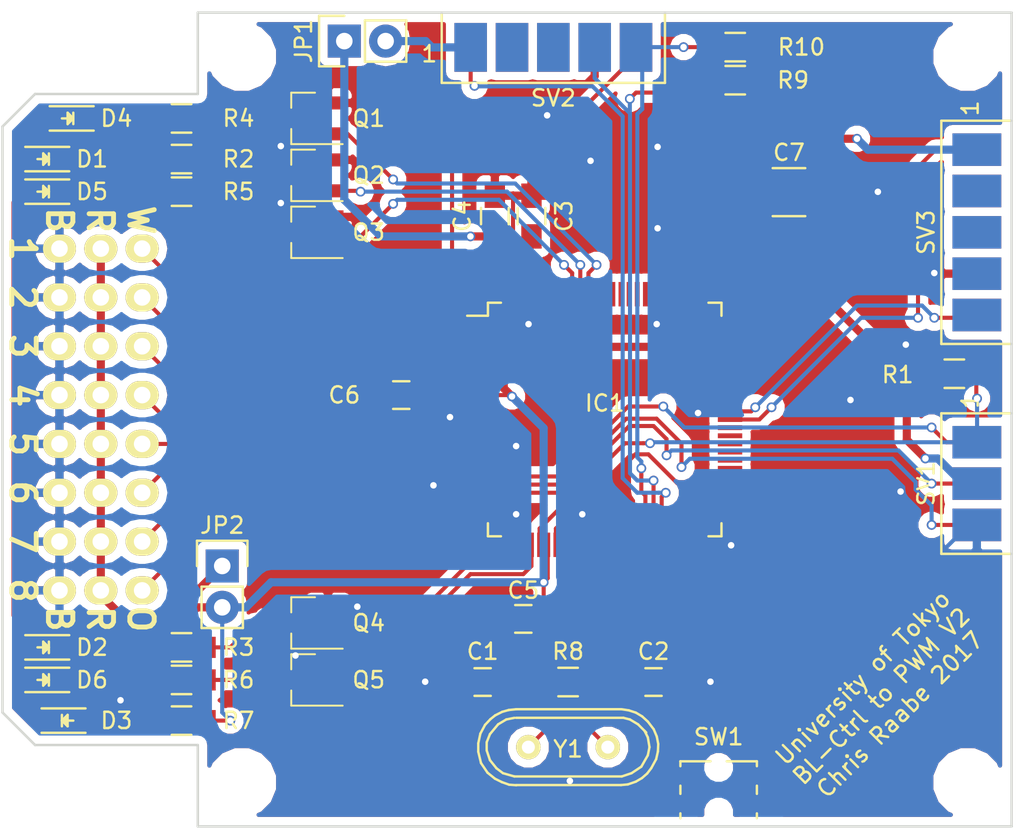
<source format=kicad_pcb>
(kicad_pcb (version 4) (host pcbnew 4.0.5-e0-6337~49~ubuntu16.04.1)
  (title_block (title "BLCtrl Command to PWM Converter") (date 2017-01-04) (rev 2) (company "University of Tokyo"))
  (layers (0 F.Cu signal) (31 B.Cu signal) (34 B.Paste user) (35 F.Paste user) (36 B.SilkS user) (37 F.SilkS user) (38 B.Mask user) (39 F.Mask user) (44 Edge.Cuts user))
  (net 0 "")
  (net 1 "Net-(C1-Pad1)")
  (net 2 Earth)
  (net 3 "Net-(C2-Pad1)")
  (net 4 "Net-(C3-Pad1)")
  (net 5 +5V)
  (net 6 "Net-(D3-Pad2)")
  (net 7 "Net-(IC1-Pad2)")
  (net 8 /PWM1)
  (net 9 /PWM2)
  (net 10 /PWM3)
  (net 11 /PWM4)
  (net 12 /PWM5)
  (net 13 /PWM6)
  (net 14 "Net-(IC1-Pad20)")
  (net 15 "Net-(IC1-Pad21)")
  (net 16 "Net-(IC1-Pad22)")
  (net 17 /PWM7)
  (net 18 /PWM8)
  (net 19 /RESET)
  (net 20 "Net-(IC1-Pad43)")
  (net 21 "Net-(IC1-Pad44)")
  (net 22 "Net-(IC1-Pad45)")
  (net 23 /BLUE1_LED)
  (net 24 /BLUE2_LED)
  (net 25 /GREEN_LED)
  (net 26 /RX_LED)
  (net 27 /TX_LED)
  (net 28 "Net-(D1-Pad1)")
  (net 29 "Net-(D2-Pad1)")
  (net 30 "Net-(D4-Pad1)")
  (net 31 "Net-(D5-Pad1)")
  (net 32 "Net-(D6-Pad1)")
  (net 33 "Net-(IC1-Pad63)")
  (net 34 "Net-(IC1-Pad64)")
  (net 35 "Net-(JP1-Pad2)")
  (net 36 "Net-(JP2-Pad1)")
  (net 37 "Net-(Q1-Pad3)")
  (net 38 "Net-(Q2-Pad3)")
  (net 39 "Net-(Q3-Pad3)")
  (net 40 "Net-(Q4-Pad3)")
  (net 41 "Net-(Q5-Pad3)")
  (net 42 "Net-(IC1-Pad42)")
  (module LEDs:LED-0805 (layer F.Cu) (at -33 -18.5 180)
    (fp_text reference D4 (at -3 0 180) (layer F.SilkS))
    (fp_text value GREEN)
    (pad 2 smd rect (at 1.04902 0) (size 1.19888 1.19888) (layers F.Cu F.Paste F.Mask) (net 5 +5V))
    (pad 1 smd rect (at -1.04902 0) (size 1.19888 1.19888) (layers F.Cu F.Paste F.Mask) (net 30 "Net-(D4-Pad1)"))
  )
  (module Mounting_Holes:MountingHole_3.2mm_M3 (layer F.Cu) (at 22.3 22.3)
    (fp_text reference REF** hide)
    (fp_text value MountingHole_3.2mm_M3)
    (pad 1 np_thru_hole circle (at 0 0) (size 3.2 3.2) (drill 3.2) (layers *.Cu *.Mask))
  )
  (module Mounting_Holes:MountingHole_3.2mm_M3 (layer F.Cu) (at 22.3 -22.3)
    (fp_text reference REF** hide)
    (fp_text value MountingHole_3.2mm_M3)
    (pad 1 np_thru_hole circle (at 0 0) (size 3.2 3.2) (drill 3.2) (layers *.Cu *.Mask))
  )
  (module Mounting_Holes:MountingHole_3.2mm_M3 (layer F.Cu) (at -22.3 22.3)
    (fp_text reference REF** hide)
    (fp_text value MountingHole_3.2mm_M3)
    (pad 1 np_thru_hole circle (at 0 0) (size 3.2 3.2) (drill 3.2) (layers *.Cu *.Mask))
  )
  (module Housings_QFP:TQFP-100_14x14mm_Pitch0.5mm (layer F.Cu) (at 0 0)
    (fp_text reference IC1 (at 0 -1) (layer F.SilkS))
    (fp_text value ATMEGA2560-A)
    (pad 1 smd rect (at -7.7 -6) (size 1.5 0.3) (layers F.Cu F.Paste F.Mask))
    (pad 2 smd rect (at -7.7 -5.5) (size 1.5 0.3) (layers F.Cu F.Paste F.Mask) (net 7 "Net-(IC1-Pad2)"))
    (pad 3 smd rect (at -7.7 -5) (size 1.5 0.3) (layers F.Cu F.Paste F.Mask))
    (pad 4 smd rect (at -7.7 -4.5) (size 1.5 0.3) (layers F.Cu F.Paste F.Mask))
    (pad 5 smd rect (at -7.7 -4) (size 1.5 0.3) (layers F.Cu F.Paste F.Mask) (net 8 /PWM1))
    (pad 6 smd rect (at -7.7 -3.5) (size 1.5 0.3) (layers F.Cu F.Paste F.Mask) (net 9 /PWM2))
    (pad 7 smd rect (at -7.7 -3) (size 1.5 0.3) (layers F.Cu F.Paste F.Mask) (net 10 /PWM3))
    (pad 8 smd rect (at -7.7 -2.5) (size 1.5 0.3) (layers F.Cu F.Paste F.Mask))
    (pad 9 smd rect (at -7.7 -2) (size 1.5 0.3) (layers F.Cu F.Paste F.Mask))
    (pad 10 smd rect (at -7.7 -1.5) (size 1.5 0.3) (layers F.Cu F.Paste F.Mask) (net 5 +5V))
    (pad 11 smd rect (at -7.7 -1) (size 1.5 0.3) (layers F.Cu F.Paste F.Mask) (net 2 Earth))
    (pad 12 smd rect (at -7.7 -0.5) (size 1.5 0.3) (layers F.Cu F.Paste F.Mask))
    (pad 13 smd rect (at -7.7 0) (size 1.5 0.3) (layers F.Cu F.Paste F.Mask))
    (pad 14 smd rect (at -7.7 0.5) (size 1.5 0.3) (layers F.Cu F.Paste F.Mask))
    (pad 15 smd rect (at -7.7 1) (size 1.5 0.3) (layers F.Cu F.Paste F.Mask) (net 11 /PWM4))
    (pad 16 smd rect (at -7.7 1.5) (size 1.5 0.3) (layers F.Cu F.Paste F.Mask) (net 12 /PWM5))
    (pad 17 smd rect (at -7.7 2) (size 1.5 0.3) (layers F.Cu F.Paste F.Mask) (net 13 /PWM6))
    (pad 18 smd rect (at -7.7 2.5) (size 1.5 0.3) (layers F.Cu F.Paste F.Mask))
    (pad 19 smd rect (at -7.7 3) (size 1.5 0.3) (layers F.Cu F.Paste F.Mask))
    (pad 20 smd rect (at -7.7 3.5) (size 1.5 0.3) (layers F.Cu F.Paste F.Mask) (net 14 "Net-(IC1-Pad20)"))
    (pad 21 smd rect (at -7.7 4) (size 1.5 0.3) (layers F.Cu F.Paste F.Mask) (net 15 "Net-(IC1-Pad21)"))
    (pad 22 smd rect (at -7.7 4.5) (size 1.5 0.3) (layers F.Cu F.Paste F.Mask) (net 16 "Net-(IC1-Pad22)"))
    (pad 23 smd rect (at -7.7 5) (size 1.5 0.3) (layers F.Cu F.Paste F.Mask))
    (pad 24 smd rect (at -7.7 5.5) (size 1.5 0.3) (layers F.Cu F.Paste F.Mask) (net 17 /PWM7))
    (pad 25 smd rect (at -7.7 6) (size 1.5 0.3) (layers F.Cu F.Paste F.Mask) (net 18 /PWM8))
    (pad 26 smd rect (at -6 7.7 90) (size 1.5 0.3) (layers F.Cu F.Paste F.Mask))
    (pad 27 smd rect (at -5.5 7.7 90) (size 1.5 0.3) (layers F.Cu F.Paste F.Mask))
    (pad 28 smd rect (at -5 7.7 90) (size 1.5 0.3) (layers F.Cu F.Paste F.Mask) (net 23 /BLUE1_LED))
    (pad 29 smd rect (at -4.5 7.7 90) (size 1.5 0.3) (layers F.Cu F.Paste F.Mask) (net 24 /BLUE2_LED))
    (pad 30 smd rect (at -4 7.7 90) (size 1.5 0.3) (layers F.Cu F.Paste F.Mask) (net 19 /RESET))
    (pad 31 smd rect (at -3.5 7.7 90) (size 1.5 0.3) (layers F.Cu F.Paste F.Mask) (net 5 +5V))
    (pad 32 smd rect (at -3 7.7 90) (size 1.5 0.3) (layers F.Cu F.Paste F.Mask) (net 2 Earth))
    (pad 33 smd rect (at -2.5 7.7 90) (size 1.5 0.3) (layers F.Cu F.Paste F.Mask) (net 1 "Net-(C1-Pad1)"))
    (pad 34 smd rect (at -2 7.7 90) (size 1.5 0.3) (layers F.Cu F.Paste F.Mask) (net 3 "Net-(C2-Pad1)"))
    (pad 35 smd rect (at -1.5 7.7 90) (size 1.5 0.3) (layers F.Cu F.Paste F.Mask))
    (pad 36 smd rect (at -1 7.7 90) (size 1.5 0.3) (layers F.Cu F.Paste F.Mask))
    (pad 37 smd rect (at -0.5 7.7 90) (size 1.5 0.3) (layers F.Cu F.Paste F.Mask))
    (pad 38 smd rect (at 0 7.7 90) (size 1.5 0.3) (layers F.Cu F.Paste F.Mask))
    (pad 39 smd rect (at 0.5 7.7 90) (size 1.5 0.3) (layers F.Cu F.Paste F.Mask))
    (pad 40 smd rect (at 1 7.7 90) (size 1.5 0.3) (layers F.Cu F.Paste F.Mask))
    (pad 41 smd rect (at 1.5 7.7 90) (size 1.5 0.3) (layers F.Cu F.Paste F.Mask))
    (pad 42 smd rect (at 2 7.7 90) (size 1.5 0.3) (layers F.Cu F.Paste F.Mask) (net 42 "Net-(IC1-Pad42)"))
    (pad 43 smd rect (at 2.5 7.7 90) (size 1.5 0.3) (layers F.Cu F.Paste F.Mask) (net 20 "Net-(IC1-Pad43)"))
    (pad 44 smd rect (at 3 7.7 90) (size 1.5 0.3) (layers F.Cu F.Paste F.Mask) (net 21 "Net-(IC1-Pad44)"))
    (pad 45 smd rect (at 3.5 7.7 90) (size 1.5 0.3) (layers F.Cu F.Paste F.Mask) (net 22 "Net-(IC1-Pad45)"))
    (pad 46 smd rect (at 4 7.7 90) (size 1.5 0.3) (layers F.Cu F.Paste F.Mask))
    (pad 47 smd rect (at 4.5 7.7 90) (size 1.5 0.3) (layers F.Cu F.Paste F.Mask))
    (pad 48 smd rect (at 5 7.7 90) (size 1.5 0.3) (layers F.Cu F.Paste F.Mask))
    (pad 49 smd rect (at 5.5 7.7 90) (size 1.5 0.3) (layers F.Cu F.Paste F.Mask))
    (pad 50 smd rect (at 6 7.7 90) (size 1.5 0.3) (layers F.Cu F.Paste F.Mask))
    (pad 51 smd rect (at 7.7 6) (size 1.5 0.3) (layers F.Cu F.Paste F.Mask))
    (pad 52 smd rect (at 7.7 5.5) (size 1.5 0.3) (layers F.Cu F.Paste F.Mask))
    (pad 53 smd rect (at 7.7 5) (size 1.5 0.3) (layers F.Cu F.Paste F.Mask))
    (pad 54 smd rect (at 7.7 4.5) (size 1.5 0.3) (layers F.Cu F.Paste F.Mask))
    (pad 55 smd rect (at 7.7 4) (size 1.5 0.3) (layers F.Cu F.Paste F.Mask))
    (pad 56 smd rect (at 7.7 3.5) (size 1.5 0.3) (layers F.Cu F.Paste F.Mask))
    (pad 57 smd rect (at 7.7 3) (size 1.5 0.3) (layers F.Cu F.Paste F.Mask))
    (pad 58 smd rect (at 7.7 2.5) (size 1.5 0.3) (layers F.Cu F.Paste F.Mask))
    (pad 59 smd rect (at 7.7 2) (size 1.5 0.3) (layers F.Cu F.Paste F.Mask))
    (pad 60 smd rect (at 7.7 1.5) (size 1.5 0.3) (layers F.Cu F.Paste F.Mask))
    (pad 61 smd rect (at 7.7 1) (size 1.5 0.3) (layers F.Cu F.Paste F.Mask))
    (pad 62 smd rect (at 7.7 0.5) (size 1.5 0.3) (layers F.Cu F.Paste F.Mask))
    (pad 63 smd rect (at 7.7 0) (size 1.5 0.3) (layers F.Cu F.Paste F.Mask) (net 33 "Net-(IC1-Pad63)"))
    (pad 64 smd rect (at 7.7 -0.5) (size 1.5 0.3) (layers F.Cu F.Paste F.Mask) (net 34 "Net-(IC1-Pad64)"))
    (pad 65 smd rect (at 7.7 -1) (size 1.5 0.3) (layers F.Cu F.Paste F.Mask))
    (pad 66 smd rect (at 7.7 -1.5) (size 1.5 0.3) (layers F.Cu F.Paste F.Mask))
    (pad 67 smd rect (at 7.7 -2) (size 1.5 0.3) (layers F.Cu F.Paste F.Mask))
    (pad 68 smd rect (at 7.7 -2.5) (size 1.5 0.3) (layers F.Cu F.Paste F.Mask))
    (pad 69 smd rect (at 7.7 -3) (size 1.5 0.3) (layers F.Cu F.Paste F.Mask))
    (pad 70 smd rect (at 7.7 -3.5) (size 1.5 0.3) (layers F.Cu F.Paste F.Mask))
    (pad 71 smd rect (at 7.7 -4) (size 1.5 0.3) (layers F.Cu F.Paste F.Mask))
    (pad 72 smd rect (at 7.7 -4.5) (size 1.5 0.3) (layers F.Cu F.Paste F.Mask))
    (pad 73 smd rect (at 7.7 -5) (size 1.5 0.3) (layers F.Cu F.Paste F.Mask))
    (pad 74 smd rect (at 7.7 -5.5) (size 1.5 0.3) (layers F.Cu F.Paste F.Mask))
    (pad 75 smd rect (at 7.7 -6) (size 1.5 0.3) (layers F.Cu F.Paste F.Mask))
    (pad 76 smd rect (at 6 -7.7 90) (size 1.5 0.3) (layers F.Cu F.Paste F.Mask))
    (pad 77 smd rect (at 5.5 -7.7 90) (size 1.5 0.3) (layers F.Cu F.Paste F.Mask))
    (pad 78 smd rect (at 5 -7.7 90) (size 1.5 0.3) (layers F.Cu F.Paste F.Mask))
    (pad 79 smd rect (at 4.5 -7.7 90) (size 1.5 0.3) (layers F.Cu F.Paste F.Mask))
    (pad 80 smd rect (at 4 -7.7 90) (size 1.5 0.3) (layers F.Cu F.Paste F.Mask) (net 5 +5V))
    (pad 81 smd rect (at 3.5 -7.7 90) (size 1.5 0.3) (layers F.Cu F.Paste F.Mask) (net 2 Earth))
    (pad 82 smd rect (at 3 -7.7 90) (size 1.5 0.3) (layers F.Cu F.Paste F.Mask))
    (pad 83 smd rect (at 2.5 -7.7 90) (size 1.5 0.3) (layers F.Cu F.Paste F.Mask))
    (pad 84 smd rect (at 2 -7.7 90) (size 1.5 0.3) (layers F.Cu F.Paste F.Mask))
    (pad 85 smd rect (at 1.5 -7.7 90) (size 1.5 0.3) (layers F.Cu F.Paste F.Mask))
    (pad 86 smd rect (at 1 -7.7 90) (size 1.5 0.3) (layers F.Cu F.Paste F.Mask))
    (pad 87 smd rect (at 0.5 -7.7 90) (size 1.5 0.3) (layers F.Cu F.Paste F.Mask))
    (pad 88 smd rect (at 0 -7.7 90) (size 1.5 0.3) (layers F.Cu F.Paste F.Mask))
    (pad 89 smd rect (at -0.5 -7.7 90) (size 1.5 0.3) (layers F.Cu F.Paste F.Mask))
    (pad 90 smd rect (at -1 -7.7 90) (size 1.5 0.3) (layers F.Cu F.Paste F.Mask) (net 25 /GREEN_LED))
    (pad 91 smd rect (at -1.5 -7.7 90) (size 1.5 0.3) (layers F.Cu F.Paste F.Mask) (net 26 /RX_LED))
    (pad 92 smd rect (at -2 -7.7 90) (size 1.5 0.3) (layers F.Cu F.Paste F.Mask) (net 27 /TX_LED))
    (pad 93 smd rect (at -2.5 -7.7 90) (size 1.5 0.3) (layers F.Cu F.Paste F.Mask))
    (pad 94 smd rect (at -3 -7.7 90) (size 1.5 0.3) (layers F.Cu F.Paste F.Mask))
    (pad 95 smd rect (at -3.5 -7.7 90) (size 1.5 0.3) (layers F.Cu F.Paste F.Mask))
    (pad 96 smd rect (at -4 -7.7 90) (size 1.5 0.3) (layers F.Cu F.Paste F.Mask))
    (pad 97 smd rect (at -4.5 -7.7 90) (size 1.5 0.3) (layers F.Cu F.Paste F.Mask))
    (pad 98 smd rect (at -5 -7.7 90) (size 1.5 0.3) (layers F.Cu F.Paste F.Mask) (net 4 "Net-(C3-Pad1)"))
    (pad 99 smd rect (at -5.5 -7.7 90) (size 1.5 0.3) (layers F.Cu F.Paste F.Mask) (net 2 Earth))
    (pad 100 smd rect (at -6 -7.7 90) (size 1.5 0.3) (layers F.Cu F.Paste F.Mask) (net 5 +5V))
  )
  (module Pin_Headers:Pin_Header_Straight_1x08 (layer F.Cu) (at -33.5 0)
    (fp_text reference GND1 hide)
    (fp_text value ESC_GND)
    (pad 1 thru_hole oval (at 0 -10.5) (size 2.032 1.7272) (drill 1.016) (layers *.Cu *.Mask F.SilkS) (net 2 Earth))
    (pad 2 thru_hole oval (at 0 -7.5) (size 2.032 1.7272) (drill 1.016) (layers *.Cu *.Mask F.SilkS) (net 2 Earth))
    (pad 3 thru_hole oval (at 0 -4.5) (size 2.032 1.7272) (drill 1.016) (layers *.Cu *.Mask F.SilkS) (net 2 Earth))
    (pad 4 thru_hole oval (at 0 -1.5) (size 2.032 1.7272) (drill 1.016) (layers *.Cu *.Mask F.SilkS) (net 2 Earth))
    (pad 5 thru_hole oval (at 0 1.5) (size 2.032 1.7272) (drill 1.016) (layers *.Cu *.Mask F.SilkS) (net 2 Earth))
    (pad 6 thru_hole oval (at 0 4.5) (size 2.032 1.7272) (drill 1.016) (layers *.Cu *.Mask F.SilkS) (net 2 Earth))
    (pad 7 thru_hole oval (at 0 7.5) (size 2.032 1.7272) (drill 1.016) (layers *.Cu *.Mask F.SilkS) (net 2 Earth))
    (pad 8 thru_hole oval (at 0 10.5) (size 2.032 1.7272) (drill 1.016) (layers *.Cu *.Mask F.SilkS) (net 2 Earth))
  )
  (module Pin_Headers:Pin_Header_Straight_1x08 (layer F.Cu) (at -30.96 0)
    (fp_text reference PWR1 hide)
    (fp_text value ESC_PWR)
    (pad 1 thru_hole oval (at 0 -10.5) (size 2.032 1.7272) (drill 1.016) (layers *.Cu *.Mask F.SilkS) (net 36 "Net-(JP2-Pad1)"))
    (pad 2 thru_hole oval (at 0 -7.5) (size 2.032 1.7272) (drill 1.016) (layers *.Cu *.Mask F.SilkS) (net 36 "Net-(JP2-Pad1)"))
    (pad 3 thru_hole oval (at 0 -4.5) (size 2.032 1.7272) (drill 1.016) (layers *.Cu *.Mask F.SilkS) (net 36 "Net-(JP2-Pad1)"))
    (pad 4 thru_hole oval (at 0 -1.5) (size 2.032 1.7272) (drill 1.016) (layers *.Cu *.Mask F.SilkS) (net 36 "Net-(JP2-Pad1)"))
    (pad 5 thru_hole oval (at 0 1.5) (size 2.032 1.7272) (drill 1.016) (layers *.Cu *.Mask F.SilkS) (net 36 "Net-(JP2-Pad1)"))
    (pad 6 thru_hole oval (at 0 4.5) (size 2.032 1.7272) (drill 1.016) (layers *.Cu *.Mask F.SilkS) (net 36 "Net-(JP2-Pad1)"))
    (pad 7 thru_hole oval (at 0 7.5) (size 2.032 1.7272) (drill 1.016) (layers *.Cu *.Mask F.SilkS) (net 36 "Net-(JP2-Pad1)"))
    (pad 8 thru_hole oval (at 0 10.5) (size 2.032 1.7272) (drill 1.016) (layers *.Cu *.Mask F.SilkS) (net 36 "Net-(JP2-Pad1)"))
  )
  (module Pin_Headers:Pin_Header_Straight_1x08 (layer F.Cu) (at -28.42 0)
    (fp_text reference PWM1 hide)
    (fp_text value ESC_PWM)
    (pad 1 thru_hole oval (at 0 -10.5) (size 2.032 1.7272) (drill 1.016) (layers *.Cu *.Mask F.SilkS) (net 8 /PWM1))
    (pad 2 thru_hole oval (at 0 -7.5) (size 2.032 1.7272) (drill 1.016) (layers *.Cu *.Mask F.SilkS) (net 9 /PWM2))
    (pad 3 thru_hole oval (at 0 -4.5) (size 2.032 1.7272) (drill 1.016) (layers *.Cu *.Mask F.SilkS) (net 10 /PWM3))
    (pad 4 thru_hole oval (at 0 -1.5) (size 2.032 1.7272) (drill 1.016) (layers *.Cu *.Mask F.SilkS) (net 11 /PWM4))
    (pad 5 thru_hole oval (at 0 1.5) (size 2.032 1.7272) (drill 1.016) (layers *.Cu *.Mask F.SilkS) (net 12 /PWM5))
    (pad 6 thru_hole oval (at 0 4.5) (size 2.032 1.7272) (drill 1.016) (layers *.Cu *.Mask F.SilkS) (net 13 /PWM6))
    (pad 7 thru_hole oval (at 0 7.5) (size 2.032 1.7272) (drill 1.016) (layers *.Cu *.Mask F.SilkS) (net 17 /PWM7))
    (pad 8 thru_hole oval (at 0 10.5) (size 2.032 1.7272) (drill 1.016) (layers *.Cu *.Mask F.SilkS) (net 18 /PWM8))
  )
  (module Capacitors_SMD:C_0805_HandSoldering (layer F.Cu) (at -7.5 16.13 180)
    (fp_text reference C1 (at 0 1.88 180) (layer F.SilkS))
    (fp_text value 22p)
    (pad 1 smd rect (at -1.25 0 180) (size 1.5 1.25) (layers F.Cu F.Paste F.Mask) (net 1 "Net-(C1-Pad1)"))
    (pad 2 smd rect (at 1.25 0 180) (size 1.5 1.25) (layers F.Cu F.Paste F.Mask) (net 2 Earth))
  )
  (module Capacitors_SMD:C_0805_HandSoldering (layer F.Cu) (at 3 16.13)
    (fp_text reference C2 (at 0 -1.88) (layer F.SilkS))
    (fp_text value 22p)
    (pad 1 smd rect (at -1.25 0) (size 1.5 1.25) (layers F.Cu F.Paste F.Mask) (net 3 "Net-(C2-Pad1)"))
    (pad 2 smd rect (at 1.25 0) (size 1.5 1.25) (layers F.Cu F.Paste F.Mask) (net 2 Earth))
  )
  (module Capacitors_SMD:C_0805_HandSoldering (layer F.Cu) (at -4.5 -12.5 90)
    (fp_text reference C3 (at 0 2 90) (layer F.SilkS))
    (fp_text value 100n)
    (pad 1 smd rect (at -1.25 0 90) (size 1.5 1.25) (layers F.Cu F.Paste F.Mask) (net 4 "Net-(C3-Pad1)"))
    (pad 2 smd rect (at 1.25 0 90) (size 1.5 1.25) (layers F.Cu F.Paste F.Mask) (net 2 Earth))
  )
  (module Capacitors_SMD:C_0805_HandSoldering (layer F.Cu) (at -6.75 -12.5 90)
    (fp_text reference C4 (at 0 -2 90) (layer F.SilkS))
    (fp_text value 100n)
    (pad 1 smd rect (at -1.25 0 90) (size 1.5 1.25) (layers F.Cu F.Paste F.Mask) (net 5 +5V))
    (pad 2 smd rect (at 1.25 0 90) (size 1.5 1.25) (layers F.Cu F.Paste F.Mask) (net 2 Earth))
  )
  (module Capacitors_SMD:C_0805_HandSoldering (layer F.Cu) (at -5 12.25 180)
    (fp_text reference C5 (at 0 1.75 180) (layer F.SilkS))
    (fp_text value 100n)
    (pad 1 smd rect (at -1.25 0 180) (size 1.5 1.25) (layers F.Cu F.Paste F.Mask) (net 5 +5V))
    (pad 2 smd rect (at 1.25 0 180) (size 1.5 1.25) (layers F.Cu F.Paste F.Mask) (net 2 Earth))
  )
  (module Capacitors_SMD:C_0805_HandSoldering (layer F.Cu) (at -12.5 -1.5 180)
    (fp_text reference C6 (at 3.5 0 180) (layer F.SilkS))
    (fp_text value 100n)
    (pad 1 smd rect (at -1.25 0 180) (size 1.5 1.25) (layers F.Cu F.Paste F.Mask) (net 5 +5V))
    (pad 2 smd rect (at 1.25 0 180) (size 1.5 1.25) (layers F.Cu F.Paste F.Mask) (net 2 Earth))
  )
  (module LEDs:LED-0805 (layer F.Cu) (at -34.5 -16 180)
    (fp_text reference D1 (at -3 0 180) (layer F.SilkS))
    (fp_text value RX)
    (pad 2 smd rect (at 1.04902 0) (size 1.19888 1.19888) (layers F.Cu F.Paste F.Mask) (net 5 +5V))
    (pad 1 smd rect (at -1.04902 0) (size 1.19888 1.19888) (layers F.Cu F.Paste F.Mask) (net 28 "Net-(D1-Pad1)"))
  )
  (module LEDs:LED-0805 (layer F.Cu) (at -34.5 14 180)
    (fp_text reference D2 (at -3 0 180) (layer F.SilkS))
    (fp_text value BLUE1)
    (pad 2 smd rect (at 1.04902 0) (size 1.19888 1.19888) (layers F.Cu F.Paste F.Mask) (net 5 +5V))
    (pad 1 smd rect (at -1.04902 0) (size 1.19888 1.19888) (layers F.Cu F.Paste F.Mask) (net 29 "Net-(D2-Pad1)"))
  )
  (module LEDs:LED-0805 (layer F.Cu) (at -33 18.5)
    (fp_text reference D3 (at 3 0) (layer F.SilkS))
    (fp_text value RED)
    (pad 2 smd rect (at 1.04902 0 180) (size 1.19888 1.19888) (layers F.Cu F.Paste F.Mask) (net 6 "Net-(D3-Pad2)"))
    (pad 1 smd rect (at -1.04902 0 180) (size 1.19888 1.19888) (layers F.Cu F.Paste F.Mask) (net 2 Earth))
  )
  (module LEDs:LED-0805 (layer F.Cu) (at -34.5 -14 180)
    (fp_text reference D5 (at -3 0 180) (layer F.SilkS))
    (fp_text value TX)
    (pad 2 smd rect (at 1.04902 0) (size 1.19888 1.19888) (layers F.Cu F.Paste F.Mask) (net 5 +5V))
    (pad 1 smd rect (at -1.04902 0) (size 1.19888 1.19888) (layers F.Cu F.Paste F.Mask) (net 31 "Net-(D5-Pad1)"))
  )
  (module LEDs:LED-0805 (layer F.Cu) (at -34.5 16 180)
    (fp_text reference D6 (at -3 0 180) (layer F.SilkS))
    (fp_text value BLUE2)
    (pad 2 smd rect (at 1.04902 0) (size 1.19888 1.19888) (layers F.Cu F.Paste F.Mask) (net 5 +5V))
    (pad 1 smd rect (at -1.04902 0) (size 1.19888 1.19888) (layers F.Cu F.Paste F.Mask) (net 32 "Net-(D6-Pad1)"))
  )
  (module Resistors_SMD:R_0805_HandSoldering (layer F.Cu) (at 21.482 -2.813 180)
    (fp_text reference R1 (at 3.482 -0.063 180) (layer F.SilkS))
    (fp_text value 10k)
    (pad 1 smd rect (at -1.35 0 180) (size 1.5 1.3) (layers F.Cu F.Paste F.Mask) (net 19 /RESET))
    (pad 2 smd rect (at 1.35 0 180) (size 1.5 1.3) (layers F.Cu F.Paste F.Mask) (net 5 +5V))
  )
  (module Resistors_SMD:R_0805_HandSoldering (layer F.Cu) (at -26 -16)
    (fp_text reference R2 (at 3.5 0) (layer F.SilkS))
    (fp_text value 470)
    (pad 1 smd rect (at -1.35 0) (size 1.5 1.3) (layers F.Cu F.Paste F.Mask) (net 28 "Net-(D1-Pad1)"))
    (pad 2 smd rect (at 1.35 0) (size 1.5 1.3) (layers F.Cu F.Paste F.Mask) (net 38 "Net-(Q2-Pad3)"))
  )
  (module Resistors_SMD:R_0805_HandSoldering (layer F.Cu) (at -26 14)
    (fp_text reference R3 (at 3.5 0) (layer F.SilkS))
    (fp_text value 470)
    (pad 1 smd rect (at -1.35 0) (size 1.5 1.3) (layers F.Cu F.Paste F.Mask) (net 29 "Net-(D2-Pad1)"))
    (pad 2 smd rect (at 1.35 0) (size 1.5 1.3) (layers F.Cu F.Paste F.Mask) (net 40 "Net-(Q4-Pad3)"))
  )
  (module Resistors_SMD:R_0805_HandSoldering (layer F.Cu) (at -26 -18.5)
    (fp_text reference R4 (at 3.5 0) (layer F.SilkS))
    (fp_text value 470)
    (pad 1 smd rect (at -1.35 0) (size 1.5 1.3) (layers F.Cu F.Paste F.Mask) (net 30 "Net-(D4-Pad1)"))
    (pad 2 smd rect (at 1.35 0) (size 1.5 1.3) (layers F.Cu F.Paste F.Mask) (net 37 "Net-(Q1-Pad3)"))
  )
  (module Resistors_SMD:R_0805_HandSoldering (layer F.Cu) (at -26 -14)
    (fp_text reference R5 (at 3.5 0) (layer F.SilkS))
    (fp_text value 470)
    (pad 1 smd rect (at -1.35 0) (size 1.5 1.3) (layers F.Cu F.Paste F.Mask) (net 31 "Net-(D5-Pad1)"))
    (pad 2 smd rect (at 1.35 0) (size 1.5 1.3) (layers F.Cu F.Paste F.Mask) (net 39 "Net-(Q3-Pad3)"))
  )
  (module Resistors_SMD:R_0805_HandSoldering (layer F.Cu) (at -26 16)
    (fp_text reference R6 (at 3.5 0) (layer F.SilkS))
    (fp_text value 470)
    (pad 1 smd rect (at -1.35 0) (size 1.5 1.3) (layers F.Cu F.Paste F.Mask) (net 32 "Net-(D6-Pad1)"))
    (pad 2 smd rect (at 1.35 0) (size 1.5 1.3) (layers F.Cu F.Paste F.Mask) (net 41 "Net-(Q5-Pad3)"))
  )
  (module Resistors_SMD:R_0805_HandSoldering (layer F.Cu) (at -26 18.5)
    (fp_text reference R7 (at 3.5 0) (layer F.SilkS))
    (fp_text value 1k)
    (pad 1 smd rect (at -1.35 0) (size 1.5 1.3) (layers F.Cu F.Paste F.Mask) (net 6 "Net-(D3-Pad2)"))
    (pad 2 smd rect (at 1.35 0) (size 1.5 1.3) (layers F.Cu F.Paste F.Mask) (net 5 +5V))
  )
  (module Resistors_SMD:R_0805_HandSoldering (layer F.Cu) (at -2.25 16.13 180)
    (fp_text reference R8 (at 0 1.88 180) (layer F.SilkS))
    (fp_text value 1M)
    (pad 1 smd rect (at -1.35 0 180) (size 1.5 1.3) (layers F.Cu F.Paste F.Mask) (net 3 "Net-(C2-Pad1)"))
    (pad 2 smd rect (at 1.35 0 180) (size 1.5 1.3) (layers F.Cu F.Paste F.Mask) (net 1 "Net-(C1-Pad1)"))
  )
  (module Resistors_SMD:R_0805_HandSoldering (layer F.Cu) (at 8.02 -20.847)
    (fp_text reference R9 (at 3.556 0) (layer F.SilkS))
    (fp_text value 10k)
    (pad 1 smd rect (at -1.35 0) (size 1.5 1.3) (layers F.Cu F.Paste F.Mask) (net 21 "Net-(IC1-Pad44)"))
    (pad 2 smd rect (at 1.35 0) (size 1.5 1.3) (layers F.Cu F.Paste F.Mask) (net 5 +5V))
  )
  (module Resistors_SMD:R_0805_HandSoldering (layer F.Cu) (at 8.02 -22.879)
    (fp_text reference R10 (at 4.064 0) (layer F.SilkS))
    (fp_text value 10k)
    (pad 1 smd rect (at -1.35 0) (size 1.5 1.3) (layers F.Cu F.Paste F.Mask) (net 20 "Net-(IC1-Pad43)"))
    (pad 2 smd rect (at 1.35 0) (size 1.5 1.3) (layers F.Cu F.Paste F.Mask) (net 5 +5V))
  )
  (module Capacitors_SMD:C_1210_HandSoldering (layer F.Cu) (at 11.322 -13.97)
    (fp_text reference C7 (at 0 -2.432) (layer F.SilkS))
    (fp_text value 10u)
    (pad 1 smd rect (at -2 0) (size 2 2.5) (layers F.Cu F.Paste F.Mask) (net 5 +5V))
    (pad 2 smd rect (at 2 0) (size 2 2.5) (layers F.Cu F.Paste F.Mask) (net 2 Earth))
  )
  (module Pin_Headers_Edge:Pin_Header_Edge_2x05 (layer F.Cu) (at -3.156 -25 180)
    (fp_text reference SV2 (at 0 -5.25 180) (layer F.SilkS))
    (fp_text value FltCtrl)
    (fp_text user 1 (at 7.62 -2.54 180) (layer F.SilkS))
    (pad 1 smd rect (at 5.08 -2.135) (size 2 3) (layers F.Cu F.Mask) (net 22 "Net-(IC1-Pad45)"))
    (pad 2 smd rect (at 5.08 -2.135) (size 2 3) (layers B.Cu B.Mask) (net 35 "Net-(JP1-Pad2)"))
    (pad 3 smd rect (at 2.54 -2.135 180) (size 2 3) (layers F.Cu F.Mask))
    (pad 4 smd rect (at 2.54 -2.135 180) (size 2 3) (layers B.Cu B.Mask))
    (pad 5 smd rect (at 0 -2.135 180) (size 2 3) (layers F.Cu F.Mask))
    (pad 6 smd rect (at 0 -2.135 180) (size 2 3) (layers B.Cu B.Mask))
    (pad 7 smd rect (at -2.54 -2.135 180) (size 2 3) (layers F.Cu F.Mask) (net 2 Earth))
    (pad 8 smd rect (at -2.54 -2.135 180) (size 2 3) (layers B.Cu B.Mask) (net 21 "Net-(IC1-Pad44)"))
    (pad 9 smd rect (at -5.08 -2.135 180) (size 2 3) (layers F.Cu F.Mask) (net 7 "Net-(IC1-Pad2)"))
    (pad 10 smd rect (at -5.08 -2.135 180) (size 2 3) (layers B.Cu B.Mask) (net 20 "Net-(IC1-Pad43)"))
  )
  (module Pin_Headers_Edge:Pin_Header_Edge_2x03 (layer F.Cu) (at 25 3.937 90)
    (fp_text reference SV1 (at 0 -5.25 90) (layer F.SilkS))
    (fp_text value MKISP)
    (fp_text user 1 (at 5.08 -2.54 90) (layer F.SilkS))
    (pad 1 smd rect (at 2.54 -2.135 270) (size 2 3) (layers F.Cu F.Mask) (net 14 "Net-(IC1-Pad20)"))
    (pad 2 smd rect (at 2.54 -2.135 270) (size 2 3) (layers B.Cu B.Mask) (net 19 /RESET))
    (pad 3 smd rect (at 0 -2.135 90) (size 2 3) (layers F.Cu F.Mask) (net 16 "Net-(IC1-Pad22)"))
    (pad 4 smd rect (at 0 -2.135 90) (size 2 3) (layers B.Cu B.Mask) (net 5 +5V))
    (pad 5 smd rect (at -2.54 -2.135 90) (size 2 3) (layers F.Cu F.Mask) (net 15 "Net-(IC1-Pad21)"))
    (pad 6 smd rect (at -2.54 -2.135 90) (size 2 3) (layers B.Cu B.Mask) (net 2 Earth))
  )
  (module Pin_Headers:Pin_Header_Straight_1x02 (layer F.Cu) (at -16 -23.25 90)
    (fp_text reference JP1 (at 0 -2.5 90) (layer F.SilkS))
    (fp_text value Jumper_NO_Small)
    (pad 1 thru_hole rect (at 0 0 90) (size 2.032 2.032) (drill 1.016) (layers *.Cu *.Mask) (net 5 +5V))
    (pad 2 thru_hole oval (at 0 2.54 90) (size 2.032 2.032) (drill 1.016) (layers *.Cu *.Mask) (net 35 "Net-(JP1-Pad2)"))
  )
  (module Pin_Headers:Pin_Header_Straight_1x02 (layer F.Cu) (at -23.5 9)
    (fp_text reference JP2 (at 0 -2.5) (layer F.SilkS))
    (fp_text value Jumper_NO_Small)
    (pad 1 thru_hole rect (at 0 0) (size 2.032 2.032) (drill 1.016) (layers *.Cu *.Mask) (net 36 "Net-(JP2-Pad1)"))
    (pad 2 thru_hole oval (at 0 2.54) (size 2.032 2.032) (drill 1.016) (layers *.Cu *.Mask) (net 5 +5V))
  )
  (module TO_SOT_Packages_SMD:SOT-23_Handsoldering (layer F.Cu) (at -18.5 -18.5 180)
    (fp_text reference Q1 (at -4 0 180) (layer F.SilkS))
    (fp_text value Q_NMOS_GSD)
    (pad 1 smd rect (at -1.5 -0.95 180) (size 1.9 0.8) (layers F.Cu F.Paste F.Mask) (net 25 /GREEN_LED))
    (pad 2 smd rect (at -1.5 0.95 180) (size 1.9 0.8) (layers F.Cu F.Paste F.Mask) (net 2 Earth))
    (pad 3 smd rect (at 1.5 0 180) (size 1.9 0.8) (layers F.Cu F.Paste F.Mask) (net 37 "Net-(Q1-Pad3)"))
  )
  (module TO_SOT_Packages_SMD:SOT-23_Handsoldering (layer F.Cu) (at -18.5 -15 180)
    (fp_text reference Q2 (at -4 0 180) (layer F.SilkS))
    (fp_text value Q_NMOS_GSD)
    (pad 1 smd rect (at -1.5 -0.95 180) (size 1.9 0.8) (layers F.Cu F.Paste F.Mask) (net 26 /RX_LED))
    (pad 2 smd rect (at -1.5 0.95 180) (size 1.9 0.8) (layers F.Cu F.Paste F.Mask) (net 2 Earth))
    (pad 3 smd rect (at 1.5 0 180) (size 1.9 0.8) (layers F.Cu F.Paste F.Mask) (net 38 "Net-(Q2-Pad3)"))
  )
  (module TO_SOT_Packages_SMD:SOT-23_Handsoldering (layer F.Cu) (at -18.5 -11.5 180)
    (fp_text reference Q3 (at -4 0 180) (layer F.SilkS))
    (fp_text value Q_NMOS_GSD)
    (pad 1 smd rect (at -1.5 -0.95 180) (size 1.9 0.8) (layers F.Cu F.Paste F.Mask) (net 27 /TX_LED))
    (pad 2 smd rect (at -1.5 0.95 180) (size 1.9 0.8) (layers F.Cu F.Paste F.Mask) (net 2 Earth))
    (pad 3 smd rect (at 1.5 0 180) (size 1.9 0.8) (layers F.Cu F.Paste F.Mask) (net 39 "Net-(Q3-Pad3)"))
  )
  (module TO_SOT_Packages_SMD:SOT-23_Handsoldering (layer F.Cu) (at -18.5 12.5 180)
    (fp_text reference Q4 (at -4 0 180) (layer F.SilkS))
    (fp_text value Q_NMOS_GSD)
    (pad 1 smd rect (at -1.5 -0.95 180) (size 1.9 0.8) (layers F.Cu F.Paste F.Mask) (net 23 /BLUE1_LED))
    (pad 2 smd rect (at -1.5 0.95 180) (size 1.9 0.8) (layers F.Cu F.Paste F.Mask) (net 2 Earth))
    (pad 3 smd rect (at 1.5 0 180) (size 1.9 0.8) (layers F.Cu F.Paste F.Mask) (net 40 "Net-(Q4-Pad3)"))
  )
  (module TO_SOT_Packages_SMD:SOT-23_Handsoldering (layer F.Cu) (at -18.5 16 180)
    (fp_text reference Q5 (at -4 0 180) (layer F.SilkS))
    (fp_text value Q_NMOS_GSD)
    (pad 1 smd rect (at -1.5 -0.95 180) (size 1.9 0.8) (layers F.Cu F.Paste F.Mask) (net 24 /BLUE2_LED))
    (pad 2 smd rect (at -1.5 0.95 180) (size 1.9 0.8) (layers F.Cu F.Paste F.Mask) (net 2 Earth))
    (pad 3 smd rect (at 1.5 0 180) (size 1.9 0.8) (layers F.Cu F.Paste F.Mask) (net 41 "Net-(Q5-Pad3)"))
  )
  (module Pin_Headers_Edge:Pin_Header_Edge_2x05 (layer F.Cu) (at 25 -11.5 90)
    (fp_text reference SV3 (at 0 -5.25 90) (layer F.SilkS))
    (fp_text value MKDebug)
    (fp_text user 1 (at 7.62 -2.54 90) (layer F.SilkS))
    (pad 1 smd rect (at 5.08 -2.135 270) (size 2 3) (layers F.Cu F.Mask) (net 33 "Net-(IC1-Pad63)"))
    (pad 2 smd rect (at 5.08 -2.135 270) (size 2 3) (layers B.Cu B.Mask) (net 5 +5V))
    (pad 3 smd rect (at 2.54 -2.135 90) (size 2 3) (layers F.Cu F.Mask))
    (pad 4 smd rect (at 2.54 -2.135 90) (size 2 3) (layers B.Cu B.Mask))
    (pad 5 smd rect (at 0 -2.135 90) (size 2 3) (layers F.Cu F.Mask))
    (pad 6 smd rect (at 0 -2.135 90) (size 2 3) (layers B.Cu B.Mask))
    (pad 7 smd rect (at -2.54 -2.135 90) (size 2 3) (layers F.Cu F.Mask) (net 2 Earth))
    (pad 8 smd rect (at -2.54 -2.135 90) (size 2 3) (layers B.Cu B.Mask))
    (pad 9 smd rect (at -5.08 -2.135 90) (size 2 3) (layers F.Cu F.Mask) (net 34 "Net-(IC1-Pad64)"))
    (pad 10 smd rect (at -5.08 -2.135 90) (size 2 3) (layers B.Cu B.Mask))
  )
  (module Mounting_Holes:MountingHole_3.2mm_M3 (layer F.Cu) (at -22.3 -22.3)
    (fp_text reference REF** hide)
    (fp_text value MountingHole_3.2mm_M3)
    (pad 1 np_thru_hole circle (at 0 0) (size 3.2 3.2) (drill 3.2) (layers *.Cu *.Mask))
  )
  (module Crystals:Crystal_HC49-U_Vertical (layer F.Cu) (at -2.25 20.13)
    (fp_text reference Y1 (at 0 0.12) (layer F.SilkS))
    (fp_text value 16MHz)
    (pad 1 thru_hole circle (at -2.44094 0) (size 1.50114 1.50114) (drill 0.8001) (layers *.Cu *.Mask F.SilkS) (net 1 "Net-(C1-Pad1)"))
    (pad 2 thru_hole circle (at 2.44094 0) (size 1.50114 1.50114) (drill 0.8001) (layers *.Cu *.Mask F.SilkS) (net 3 "Net-(C2-Pad1)"))
  )
  (module Switches:PanasonicEVQPU_SPST_NO (layer F.Cu) (at 7 25)
    (fp_text reference SW1 (at 0 -5.5) (layer F.SilkS))
    (fp_text value SW_SPST)
    (pad "" np_thru_hole circle (at 0 -3.625) (size 0.75 0.75) (drill 0.75) (layers *.Cu *.Mask))
    (pad 2 smd rect (at 2.625 -3.1) (size 1.55 1) (layers F.Cu F.Paste F.Mask) (net 42 "Net-(IC1-Pad42)"))
    (pad 2 smd rect (at -2.625 -3.1) (size 1.55 1) (layers F.Cu F.Paste F.Mask) (net 42 "Net-(IC1-Pad42)"))
    (pad 1 smd rect (at 2.625 -1.4) (size 1.55 1) (layers F.Cu F.Paste F.Mask) (net 2 Earth))
    (pad 1 smd rect (at -2.625 -1.4) (size 1.55 1) (layers F.Cu F.Paste F.Mask) (net 2 Earth))
    (pad "" np_thru_hole circle (at 0 -0.875) (size 0.75 0.75) (drill 0.75) (layers *.Cu *.Mask))
  )
  (gr_text "University of Tokyo\nBL-Ctrl to PWM V2\nChris Raabe 2017" (at 17 16.999 45) (layer F.SilkS) (effects (font (size 1 1))))
  (gr_line (start 25 25) (end 25 -25) (layer Edge.Cuts) (width 0.15))
  (gr_line (start -25 25) (end 25 25) (layer Edge.Cuts) (width 0.15))
  (gr_line (start -25 20) (end -25 25) (layer Edge.Cuts) (width 0.15))
  (gr_line (start -35 20) (end -25 20) (layer Edge.Cuts) (width 0.15))
  (gr_line (start -37 18) (end -35 20) (layer Edge.Cuts) (width 0.15))
  (gr_line (start -37 -18) (end -37 18) (layer Edge.Cuts) (width 0.15))
  (gr_line (start -35 -20) (end -37 -18) (layer Edge.Cuts) (width 0.15))
  (gr_line (start -25 -20) (end -35 -20) (layer Edge.Cuts) (width 0.15))
  (gr_line (start -25 -25) (end -25 -20) (layer Edge.Cuts) (width 0.15))
  (gr_line (start 25 -25) (end -25 -25) (layer Edge.Cuts) (width 0.15))
  (gr_text 8 (at -35.75 10.5 270) (layer F.SilkS) (effects (font (size 1.5 1.5) (thickness 0.3))))
  (gr_text 7 (at -35.75 7.5 270) (layer F.SilkS) (effects (font (size 1.5 1.5) (thickness 0.3))))
  (gr_text 6 (at -35.75 4.5 270) (layer F.SilkS) (effects (font (size 1.5 1.5) (thickness 0.3))))
  (gr_text 5 (at -35.75 1.5 270) (layer F.SilkS) (effects (font (size 1.5 1.5) (thickness 0.3))))
  (gr_text 4 (at -35.75 -1.5 270) (layer F.SilkS) (effects (font (size 1.5 1.5) (thickness 0.3))))
  (gr_text 3 (at -35.75 -4.5 270) (layer F.SilkS) (effects (font (size 1.5 1.5) (thickness 0.3))))
  (gr_text 2 (at -35.75 -7.5 270) (layer F.SilkS) (effects (font (size 1.5 1.5) (thickness 0.3))))
  (gr_text 1 (at -35.75 -10.5 270) (layer F.SilkS) (effects (font (size 1.5 1.5) (thickness 0.3))))
  (gr_text O (at -28.5 12.25 270) (layer F.SilkS) (effects (font (size 1.5 1.5) (thickness 0.3))))
  (gr_text R (at -31 12.25 270) (layer F.SilkS) (effects (font (size 1.5 1.5) (thickness 0.3))))
  (gr_text B (at -33.5 12.25 270) (layer F.SilkS) (effects (font (size 1.5 1.5) (thickness 0.3))))
  (gr_text W (at -28.5 -12.25 270) (layer F.SilkS) (effects (font (size 1.5 1.5) (thickness 0.3))))
  (gr_text R (at -31 -12.25 270) (layer F.SilkS) (effects (font (size 1.5 1.5) (thickness 0.3))))
  (gr_text B (at -33.5 -12.25 270) (layer F.SilkS) (effects (font (size 1.5 1.5) (thickness 0.3))))
  (segment (start -5.696 -22.865) (end -5.696 -22.365) (width 0.25) (layer B.Cu) (net 0))
  (segment (start -3.6 16.13) (end -3.6 19.03906) (width 0.25) (layer F.Cu) (net 1))
  (segment (start -3.6 19.03906) (end -4.69094 20.13) (width 0.25) (layer F.Cu) (net 1))
  (segment (start -2.5 7.7) (end -2.5 15.13) (width 0.25) (layer F.Cu) (net 1))
  (segment (start -2.5 15.13) (end -3.5 16.13) (width 0.25) (layer F.Cu) (net 1))
  (segment (start -3.5 16.13) (end -3.6 16.13) (width 0.25) (layer F.Cu) (net 1))
  (segment (start -3.6 16.13) (end -6.25 16.13) (width 0.25) (layer F.Cu) (net 1))
  (segment (start 0.206 22.206) (end 0.294 22.206) (width 0.25) (layer F.Cu) (net 2))
  (segment (start 4.25 18.25) (end 4.25 16.13) (width 0.25) (layer F.Cu) (net 2))
  (segment (start 0.294 22.206) (end 4.25 18.25) (width 0.25) (layer F.Cu) (net 2))
  (segment (start -2.14 22.206) (end 0.206 22.206) (width 0.25) (layer F.Cu) (net 2))
  (segment (start -2.14 22.206) (end -10.522 22.206) (width 0.25) (layer B.Cu) (net 2))
  (segment (start -10.522 22.206) (end -11.03 21.698) (width 0.25) (layer B.Cu) (net 2))
  (via (at -2.14 22.206) (size 0.6) (drill 0.4) (layers F.Cu B.Cu) (net 2))
  (segment (start -8.77 16.11) (end -11.03 16.11) (width 0.25) (layer F.Cu) (net 2))
  (via (at -11.03 16.11) (size 0.6) (drill 0.4) (layers F.Cu B.Cu) (net 2))
  (segment (start -11.03 21.698) (end -11.03 16.11) (width 0.25) (layer B.Cu) (net 2))
  (segment (start 1.6 23.6) (end 4.375 23.6) (width 0.25) (layer F.Cu) (net 2))
  (segment (start 0.206 22.206) (end 1.6 23.6) (width 0.25) (layer F.Cu) (net 2))
  (segment (start 3.25 -11.75) (end 3.25 -16.75) (width 0.25) (layer B.Cu) (net 2))
  (via (at 3.25 -16.75) (size 0.6) (drill 0.4) (layers F.Cu B.Cu) (net 2))
  (segment (start 0 -16.75) (end -0.87 -15.894018) (width 0.25) (layer F.Cu) (net 2))
  (segment (start 3.25 -16.75) (end 0 -16.75) (width 0.25) (layer F.Cu) (net 2))
  (segment (start -19.9 -13.3) (end -19.9 -16.8) (width 0.25) (layer B.Cu) (net 2))
  (segment (start -18.45 -15.95) (end -17 -15.95) (width 0.25) (layer F.Cu) (net 2))
  (segment (start -19.3 -16.8) (end -18.45 -15.95) (width 0.25) (layer F.Cu) (net 2))
  (segment (start -19.5 -16.8) (end -19.3 -16.8) (width 0.25) (layer F.Cu) (net 2))
  (segment (start -19.6 -16.8) (end -19.5 -16.8) (width 0.25) (layer F.Cu) (net 2))
  (segment (start -19.9 -16.8) (end -19.6 -16.8) (width 0.25) (layer F.Cu) (net 2))
  (via (at -19.9 -16.8) (size 0.6) (drill 0.4) (layers F.Cu B.Cu) (net 2))
  (segment (start -33.5 -10.5) (end -33.5 -12.2) (width 0.25) (layer B.Cu) (net 2))
  (segment (start -18.55 -12.45) (end -17 -12.45) (width 0.25) (layer F.Cu) (net 2))
  (segment (start -19.4 -13.3) (end -18.55 -12.45) (width 0.25) (layer F.Cu) (net 2))
  (segment (start -19.9 -13.3) (end -19.4 -13.3) (width 0.25) (layer F.Cu) (net 2))
  (via (at -19.9 -13.3) (size 0.6) (drill 0.4) (layers F.Cu B.Cu) (net 2))
  (segment (start -32.4 -13.3) (end -19.9 -13.3) (width 0.25) (layer B.Cu) (net 2))
  (segment (start -33.5 -12.2) (end -32.4 -13.3) (width 0.25) (layer B.Cu) (net 2))
  (segment (start -17 15.05) (end -18.45 15.05) (width 0.25) (layer F.Cu) (net 2))
  (segment (start -15.25 11.55) (end -17 11.55) (width 0.25) (layer F.Cu) (net 2))
  (segment (start -15.2 11.5) (end -15.25 11.55) (width 0.25) (layer F.Cu) (net 2))
  (via (at -15.2 11.5) (size 0.6) (drill 0.4) (layers F.Cu B.Cu) (net 2))
  (segment (start -16 11.5) (end -15.2 11.5) (width 0.25) (layer B.Cu) (net 2))
  (segment (start -19 14.5) (end -16 11.5) (width 0.25) (layer B.Cu) (net 2))
  (via (at -19 14.5) (size 0.6) (drill 0.4) (layers F.Cu B.Cu) (net 2))
  (segment (start -18.45 15.05) (end -19 14.5) (width 0.25) (layer F.Cu) (net 2))
  (segment (start -16.95 -15.9) (end -17 -15.95) (width 0.25) (layer F.Cu) (net 2))
  (segment (start 16.783 -13.989) (end 16.783 -6.317) (width 0.25) (layer F.Cu) (net 2))
  (segment (start 15.1 -1.2) (end 15.1 4.426) (width 0.25) (layer F.Cu) (net 2))
  (via (at 15.1 -1.2) (size 0.6) (drill 0.4) (layers F.Cu B.Cu) (net 2))
  (segment (start 18.5 -4.6) (end 15.1 -1.2) (width 0.25) (layer B.Cu) (net 2))
  (via (at 18.5 -4.6) (size 0.6) (drill 0.4) (layers F.Cu B.Cu) (net 2))
  (segment (start 16.783 -6.317) (end 18.5 -4.6) (width 0.25) (layer F.Cu) (net 2))
  (segment (start -34.04902 18.5) (end -34.04902 17.29902) (width 0.25) (layer F.Cu) (net 2))
  (segment (start -33.5 13.5) (end -33.5 10.5) (width 0.25) (layer B.Cu) (net 2))
  (segment (start -29.75 17.25) (end -33.5 13.5) (width 0.25) (layer B.Cu) (net 2))
  (via (at -29.75 17.25) (size 0.6) (drill 0.4) (layers F.Cu B.Cu) (net 2))
  (segment (start -34 17.25) (end -29.75 17.25) (width 0.25) (layer F.Cu) (net 2))
  (segment (start -34.04902 17.29902) (end -34 17.25) (width 0.25) (layer F.Cu) (net 2))
  (segment (start 16.783 -13.989) (end 16.783 -11.967) (width 0.25) (layer B.Cu) (net 2))
  (segment (start 20.29 -8.96) (end 22.865 -8.96) (width 0.25) (layer F.Cu) (net 2))
  (segment (start 20.25 -9) (end 20.29 -8.96) (width 0.25) (layer F.Cu) (net 2))
  (via (at 20.25 -9) (size 0.6) (drill 0.4) (layers F.Cu B.Cu) (net 2))
  (segment (start 19.75 -9) (end 20.25 -9) (width 0.25) (layer B.Cu) (net 2))
  (segment (start 16.783 -11.967) (end 19.75 -9) (width 0.25) (layer B.Cu) (net 2))
  (segment (start -5.442 1.207738) (end -5.442 1.632002) (width 0.25) (layer F.Cu) (net 2))
  (segment (start -6.7 -1) (end -5.442 0.258) (width 0.25) (layer F.Cu) (net 2))
  (segment (start -6.712 0.362002) (end -5.741999 1.332003) (width 0.25) (layer B.Cu) (net 2))
  (segment (start -6.712 -3.828998) (end -6.712 0.362002) (width 0.25) (layer B.Cu) (net 2))
  (segment (start -4.679998 -5.861) (end -6.712 -3.828998) (width 0.25) (layer B.Cu) (net 2))
  (segment (start -5.741999 1.332003) (end -5.442 1.632002) (width 0.25) (layer B.Cu) (net 2))
  (segment (start -5.442 0.258) (end -5.442 1.207738) (width 0.25) (layer F.Cu) (net 2))
  (segment (start -5.442 5.822996) (end -5.442 1.632002) (width 0.25) (layer B.Cu) (net 2))
  (segment (start -7.7 -1) (end -6.7 -1) (width 0.25) (layer F.Cu) (net 2))
  (via (at -5.442 1.632002) (size 0.6) (drill 0.4) (layers F.Cu B.Cu) (net 2))
  (segment (start -1.378 5.398736) (end -1.378 5.823) (width 0.25) (layer F.Cu) (net 2))
  (segment (start 2.686 2.14) (end 1.880736 2.14) (width 0.25) (layer F.Cu) (net 2))
  (segment (start 5.48 3.918) (end 4.464 3.918) (width 0.25) (layer F.Cu) (net 2))
  (segment (start 5.734 -0.4) (end 5.734 3.664) (width 0.25) (layer F.Cu) (net 2))
  (segment (start -3 6.7) (end -2.123 5.823) (width 0.25) (layer F.Cu) (net 2))
  (segment (start 6.496 12.554) (end 5.353 12.554) (width 0.25) (layer B.Cu) (net 2))
  (segment (start -1.078001 6.122999) (end -1.378 5.823) (width 0.25) (layer B.Cu) (net 2))
  (segment (start 1.880736 2.14) (end -1.378 5.398736) (width 0.25) (layer F.Cu) (net 2))
  (segment (start -1.802264 5.823) (end -1.378 5.823) (width 0.25) (layer F.Cu) (net 2))
  (segment (start -3 7.7) (end -3 6.7) (width 0.25) (layer F.Cu) (net 2))
  (segment (start -2.123 5.823) (end -1.802264 5.823) (width 0.25) (layer F.Cu) (net 2))
  (segment (start 5.734 3.664) (end 5.48 3.918) (width 0.25) (layer F.Cu) (net 2))
  (segment (start 5.353 12.554) (end -1.078001 6.122999) (width 0.25) (layer B.Cu) (net 2))
  (segment (start 4.464 3.918) (end 2.686 2.14) (width 0.25) (layer F.Cu) (net 2))
  (via (at -1.378 5.823) (size 0.6) (drill 0.4) (layers F.Cu B.Cu) (net 2))
  (segment (start -7.771268 7.728) (end -5.866264 5.822996) (width 0.25) (layer F.Cu) (net 2))
  (segment (start -9.506 7.728) (end -7.771268 7.728) (width 0.25) (layer F.Cu) (net 2))
  (segment (start -10.522004 6.711996) (end -9.506 7.728) (width 0.25) (layer F.Cu) (net 2))
  (via (at -5.442 5.822996) (size 0.6) (drill 0.4) (layers F.Cu B.Cu) (net 2))
  (segment (start -5.866264 5.822996) (end -5.442 5.822996) (width 0.25) (layer F.Cu) (net 2))
  (segment (start 3.5 -7.7) (end 3.5 -6.548) (width 0.25) (layer F.Cu) (net 2))
  (segment (start 3.194 -6.242) (end 3.194 -5.861002) (width 0.25) (layer F.Cu) (net 2))
  (segment (start 3.5 -6.548) (end 3.194 -6.242) (width 0.25) (layer F.Cu) (net 2))
  (segment (start 3.194 -5.861002) (end 3.194002 -5.861) (width 0.25) (layer F.Cu) (net 2))
  (segment (start 3.194002 -5.436736) (end 3.194002 -5.861) (width 0.25) (layer B.Cu) (net 2))
  (segment (start 3.194002 -2.939998) (end 3.194002 -5.436736) (width 0.25) (layer B.Cu) (net 2))
  (segment (start 5.734 -0.4) (end 3.194002 -2.939998) (width 0.25) (layer B.Cu) (net 2))
  (via (at 3.194002 -5.861) (size 0.6) (drill 0.4) (layers F.Cu B.Cu) (net 2))
  (segment (start -5.5 -6.681002) (end -4.979997 -6.160999) (width 0.25) (layer F.Cu) (net 2))
  (segment (start -5.5 -7.7) (end -5.5 -6.681002) (width 0.25) (layer F.Cu) (net 2))
  (segment (start -4.979997 -6.160999) (end -4.679998 -5.861) (width 0.25) (layer F.Cu) (net 2))
  (via (at -4.679998 -5.861) (size 0.6) (drill 0.4) (layers F.Cu B.Cu) (net 2))
  (segment (start -5.95 -0.4) (end -5.442 -0.4) (width 0.25) (layer F.Cu) (net 2))
  (segment (start -5.442 -0.4) (end -4.68 0.362) (width 0.25) (layer F.Cu) (net 2))
  (segment (start -4.68 0.362) (end -3.399108 0.362) (width 0.25) (layer F.Cu) (net 2))
  (segment (start -3.399108 0.362) (end -0.859108 -2.178) (width 0.25) (layer F.Cu) (net 2))
  (segment (start -0.859108 -2.178) (end -0.108 -2.178) (width 0.25) (layer F.Cu) (net 2))
  (segment (start 3.934 -2.2) (end 5.734 -0.4) (width 0.25) (layer F.Cu) (net 2))
  (segment (start -0.108 -2.178) (end -0.086 -2.2) (width 0.25) (layer F.Cu) (net 2))
  (segment (start -0.086 -2.2) (end 3.934 -2.2) (width 0.25) (layer F.Cu) (net 2))
  (segment (start -0.616 -22.865) (end -0.616 -21.101) (width 0.5) (layer F.Cu) (net 2))
  (via (at -0.87 -15.894018) (size 0.6) (drill 0.4) (layers F.Cu B.Cu) (net 2))
  (via (at -3.537002 -18.688) (size 0.6) (drill 0.4) (layers F.Cu B.Cu) (net 2))
  (segment (start -0.87 -15.894018) (end -3.537002 -18.56102) (width 0.25) (layer B.Cu) (net 2))
  (segment (start -3.537002 -18.56102) (end -3.537002 -18.688) (width 0.25) (layer B.Cu) (net 2))
  (segment (start -3.029 -18.688) (end -3.112738 -18.688) (width 0.5) (layer F.Cu) (net 2))
  (segment (start -3.112738 -18.688) (end -3.537002 -18.688) (width 0.5) (layer F.Cu) (net 2))
  (segment (start -0.616 -21.101) (end -3.029 -18.688) (width 0.5) (layer F.Cu) (net 2))
  (segment (start 22.865 6.477) (end 22.365 6.477) (width 0.25) (layer B.Cu) (net 2))
  (segment (start 18.18 7.22) (end 18.18 4.426) (width 0.25) (layer B.Cu) (net 2))
  (via (at 18.18 4.426) (size 0.6) (drill 0.4) (layers F.Cu B.Cu) (net 2))
  (segment (start 18.18 4.426) (end 15.1 4.426) (width 0.25) (layer F.Cu) (net 2))
  (segment (start 19.069 8.109) (end 18.18 7.22) (width 0.25) (layer B.Cu) (net 2))
  (segment (start 20.733 8.109) (end 19.069 8.109) (width 0.25) (layer B.Cu) (net 2))
  (segment (start 22.365 6.477) (end 20.733 8.109) (width 0.25) (layer B.Cu) (net 2))
  (segment (start -7.7 -1) (end -8.7 -1) (width 0.25) (layer F.Cu) (net 2))
  (segment (start 7.766 7.728) (end 6.496 8.998) (width 0.25) (layer B.Cu) (net 2))
  (segment (start 11.068 4.426) (end 7.766 7.728) (width 0.25) (layer F.Cu) (net 2))
  (via (at 7.766 7.728) (size 0.6) (drill 0.4) (layers F.Cu B.Cu) (net 2))
  (segment (start 15.1 4.426) (end 11.068 4.426) (width 0.25) (layer F.Cu) (net 2))
  (segment (start 6.496 8.998) (end 6.496 12.554) (width 0.25) (layer B.Cu) (net 2))
  (segment (start -8.694 12.25) (end -8.75 12.306) (width 0.25) (layer F.Cu) (net 2))
  (segment (start -8.75 12.306) (end -8.75 16.13) (width 0.25) (layer F.Cu) (net 2))
  (segment (start -6.25 12.25) (end -8.694 12.25) (width 0.25) (layer F.Cu) (net 2))
  (segment (start -8.77 16.11) (end -8.75 16.13) (width 0.25) (layer F.Cu) (net 2))
  (segment (start 6.496 16.11) (end 4.27 16.11) (width 0.25) (layer F.Cu) (net 2))
  (segment (start 4.27 16.11) (end 4.25 16.13) (width 0.25) (layer F.Cu) (net 2))
  (segment (start 6.496 12.554) (end 6.496 16.11) (width 0.25) (layer B.Cu) (net 2))
  (via (at 6.496 16.11) (size 0.6) (drill 0.4) (layers F.Cu B.Cu) (net 2))
  (segment (start 3.239999 -11.276001) (end 3.25 -11.75) (width 0.25) (layer F.Cu) (net 2))
  (segment (start 3.5 -11.016) (end 3.239999 -11.276001) (width 0.25) (layer F.Cu) (net 2))
  (segment (start 3.5 -7.7) (end 3.5 -11.016) (width 0.25) (layer F.Cu) (net 2))
  (segment (start 3.364264 -11.576) (end 3.25 -11.75) (width 0.25) (layer B.Cu) (net 2))
  (segment (start 14.37 -11.576) (end 3.364264 -11.576) (width 0.25) (layer B.Cu) (net 2))
  (segment (start 16.783 -13.989) (end 14.37 -11.576) (width 0.25) (layer B.Cu) (net 2))
  (via (at 3.25 -11.75) (size 0.6) (drill 0.4) (layers F.Cu B.Cu) (net 2))
  (via (at 5.734 -0.4) (size 0.6) (drill 0.4) (layers F.Cu B.Cu) (net 2))
  (segment (start -1.169999 -15.594019) (end -0.87 -15.894018) (width 0.25) (layer F.Cu) (net 2))
  (segment (start -4.5 -13.75) (end -3.014018 -13.75) (width 0.25) (layer F.Cu) (net 2))
  (segment (start -3.014018 -13.75) (end -1.169999 -15.594019) (width 0.25) (layer F.Cu) (net 2))
  (segment (start -32.62 -1.27) (end -34.036 -1.27) (width 0.25) (layer B.Cu) (net 2))
  (segment (start 13.322 -13.97) (end 16.764 -13.97) (width 0.25) (layer F.Cu) (net 2))
  (via (at 16.783 -13.989) (size 0.6) (drill 0.4) (layers F.Cu B.Cu) (net 2))
  (segment (start 16.764 -13.97) (end 16.783 -13.989) (width 0.25) (layer F.Cu) (net 2))
  (segment (start -5.6325 -13.735) (end -5.6325 -9.0995) (width 0.25) (layer F.Cu) (net 2))
  (segment (start -5.5 -8.967) (end -5.5 -7.7) (width 0.25) (layer F.Cu) (net 2))
  (segment (start -5.6325 -9.0995) (end -5.5 -8.967) (width 0.25) (layer F.Cu) (net 2))
  (segment (start -8.7 -1) (end -9.506 -0.194) (width 0.25) (layer F.Cu) (net 2))
  (segment (start -9.506 -0.194) (end -9.506 -0.146) (width 0.25) (layer F.Cu) (net 2))
  (via (at -9.506 -0.146) (size 0.6) (drill 0.4) (layers F.Cu B.Cu) (net 2))
  (segment (start -9.506 -0.146) (end -9.506 3.028996) (width 0.25) (layer B.Cu) (net 2))
  (segment (start -10.222005 3.745001) (end -10.522004 4.045) (width 0.25) (layer B.Cu) (net 2))
  (segment (start -9.506 3.028996) (end -10.222005 3.745001) (width 0.25) (layer B.Cu) (net 2))
  (segment (start -10.522004 4.045) (end -10.522004 6.711996) (width 0.25) (layer F.Cu) (net 2))
  (via (at -10.522004 4.045) (size 0.6) (drill 0.4) (layers F.Cu B.Cu) (net 2))
  (segment (start -0.9 16.13) (end -0.9 19.03906) (width 0.25) (layer F.Cu) (net 3))
  (segment (start -0.9 19.03906) (end 0.19094 20.13) (width 0.25) (layer F.Cu) (net 3))
  (segment (start -2 7.7) (end -2 15.13) (width 0.25) (layer F.Cu) (net 3))
  (segment (start -2 15.13) (end -1 16.13) (width 0.25) (layer F.Cu) (net 3))
  (segment (start -1 16.13) (end -0.9 16.13) (width 0.25) (layer F.Cu) (net 3))
  (segment (start -0.9 16.13) (end 0.1 16.13) (width 0.25) (layer F.Cu) (net 3))
  (segment (start 0.1 16.13) (end 1.75 16.13) (width 0.25) (layer F.Cu) (net 3))
  (segment (start -5 -9.351) (end -4.5 -9.851) (width 0.25) (layer F.Cu) (net 4))
  (segment (start -4.5 -9.851) (end -4.5 -11.25) (width 0.25) (layer F.Cu) (net 4))
  (segment (start -5 -7.7) (end -5 -9.351) (width 0.25) (layer F.Cu) (net 4))
  (segment (start 4 -7.7) (end 4 -6.75) (width 0.25) (layer F.Cu) (net 5))
  (segment (start 4.5 -6.25) (end 6.209908 -6.25) (width 0.25) (layer F.Cu) (net 5))
  (segment (start 4 -6.75) (end 4.5 -6.25) (width 0.25) (layer F.Cu) (net 5))
  (segment (start -6 -7.7) (end -6.747597 -7.7) (width 0.25) (layer F.Cu) (net 5))
  (segment (start -6.747597 -7.7) (end -6.75 -7.702403) (width 0.25) (layer F.Cu) (net 5))
  (segment (start -35.54902 -14) (end -35.54902 -13.95098) (width 0.5) (layer F.Cu) (net 5))
  (segment (start -35.54902 -13.95098) (end -36.2 -13.3) (width 0.5) (layer F.Cu) (net 5))
  (segment (start -36.2 12) (end -35.45 12.75) (width 0.5) (layer F.Cu) (net 5))
  (segment (start -36.2 -13.3) (end -36.2 12) (width 0.5) (layer F.Cu) (net 5))
  (segment (start -7.7 -1.5) (end -5.780006 -1.5) (width 0.25) (layer F.Cu) (net 5))
  (segment (start -5.780006 -1.5) (end -5.696006 -1.416) (width 0.25) (layer F.Cu) (net 5))
  (segment (start -23.5 11.54) (end -23.5 18) (width 0.25) (layer B.Cu) (net 5))
  (segment (start -23 18.5) (end -24.65 18.5) (width 0.25) (layer F.Cu) (net 5))
  (via (at -23 18.5) (size 0.6) (drill 0.4) (layers F.Cu B.Cu) (net 5))
  (segment (start -23.5 18) (end -23 18.5) (width 0.25) (layer B.Cu) (net 5))
  (segment (start -16 -23.25) (end -16 -13.5) (width 0.5) (layer B.Cu) (net 5))
  (segment (start -8.25 -11.25) (end -6.75 -11.25) (width 0.5) (layer F.Cu) (net 5))
  (via (at -8.25 -11.25) (size 0.6) (drill 0.4) (layers F.Cu B.Cu) (net 5))
  (segment (start -13.75 -11.25) (end -8.25 -11.25) (width 0.5) (layer B.Cu) (net 5))
  (segment (start -16 -13.5) (end -13.75 -11.25) (width 0.5) (layer B.Cu) (net 5))
  (segment (start -3.75 10) (end -20.5 10) (width 0.5) (layer B.Cu) (net 5))
  (segment (start -22.04 11.54) (end -23.5 11.54) (width 0.5) (layer B.Cu) (net 5))
  (segment (start -20.5 10) (end -22.04 11.54) (width 0.5) (layer B.Cu) (net 5))
  (segment (start -23.04 11.54) (end -23.5 11.54) (width 0.5) (layer F.Cu) (net 5))
  (segment (start -35.54902 -14) (end -35.54902 -16) (width 0.5) (layer F.Cu) (net 5))
  (segment (start -35.54902 -16) (end -35.5 -16.04902) (width 0.5) (layer F.Cu) (net 5))
  (segment (start -35.5 -16.04902) (end -35.5 -17.04902) (width 0.5) (layer F.Cu) (net 5))
  (segment (start -35.5 -17.04902) (end -34.04902 -18.5) (width 0.5) (layer F.Cu) (net 5))
  (segment (start -23.5 11.54) (end -25.04 11.54) (width 0.5) (layer F.Cu) (net 5))
  (segment (start -25.04 11.54) (end -26.25 12.75) (width 0.5) (layer F.Cu) (net 5))
  (segment (start -26.25 12.75) (end -35.45 12.75) (width 0.5) (layer F.Cu) (net 5))
  (segment (start -35.45 12.75) (end -35.5 12.75) (width 0.5) (layer F.Cu) (net 5))
  (segment (start -35.5 12.75) (end -35.54902 12.79902) (width 0.5) (layer F.Cu) (net 5))
  (segment (start -35.54902 12.79902) (end -35.54902 16) (width 0.5) (layer F.Cu) (net 5))
  (segment (start 22.865 -16.58) (end 16.17 -16.58) (width 0.5) (layer B.Cu) (net 5))
  (segment (start 15.5 -17.25) (end 9.322 -17.25) (width 0.5) (layer F.Cu) (net 5))
  (via (at 15.5 -17.25) (size 0.6) (drill 0.4) (layers F.Cu B.Cu) (net 5))
  (segment (start 16.17 -16.58) (end 15.5 -17.25) (width 0.5) (layer B.Cu) (net 5))
  (segment (start -6.204 -4.458532) (end -6.204 -1.923994) (width 0.5) (layer F.Cu) (net 5))
  (segment (start -5.996005 -1.715999) (end -5.696006 -1.416) (width 0.5) (layer F.Cu) (net 5))
  (segment (start -6.204 -1.923994) (end -5.996005 -1.715999) (width 0.5) (layer F.Cu) (net 5))
  (segment (start -5.396007 -1.116001) (end -5.696006 -1.416) (width 0.5) (layer B.Cu) (net 5))
  (via (at -5.696006 -1.416) (size 0.6) (drill 0.4) (layers F.Cu B.Cu) (net 5))
  (segment (start -3.75 10) (end -3.75 0.530006) (width 0.5) (layer B.Cu) (net 5))
  (segment (start -3.75 0.530006) (end -5.396007 -1.116001) (width 0.5) (layer B.Cu) (net 5))
  (segment (start -6.204 -4.458532) (end -6.204 -6.214002) (width 0.5) (layer F.Cu) (net 5))
  (segment (start 4.423908 -4.464) (end -6.198532 -4.464) (width 0.5) (layer F.Cu) (net 5))
  (segment (start -6.198532 -4.464) (end -6.204 -4.458532) (width 0.5) (layer F.Cu) (net 5))
  (segment (start 10.506454 -10.546546) (end 6.209908 -6.25) (width 0.5) (layer F.Cu) (net 5))
  (segment (start 6.209908 -6.25) (end 4.423908 -4.464) (width 0.5) (layer F.Cu) (net 5))
  (segment (start -6.204 -6.214002) (end -6.75 -6.760002) (width 0.5) (layer F.Cu) (net 5))
  (segment (start -6.75 -6.760002) (end -6.75 -7.702403) (width 0.5) (layer F.Cu) (net 5))
  (segment (start -3.5 7.7) (end -3.5 9.75) (width 0.25) (layer F.Cu) (net 5))
  (segment (start -3.5 9.75) (end -3.75 10) (width 0.25) (layer F.Cu) (net 5))
  (segment (start -3.75 10) (end -3.75 12.25) (width 0.25) (layer F.Cu) (net 5))
  (via (at -3.75 10) (size 0.6) (drill 0.4) (layers F.Cu B.Cu) (net 5))
  (segment (start -6.75 -7.702403) (end -6.75 -10) (width 0.5) (layer F.Cu) (net 5))
  (segment (start -7.7 -1.5) (end -11.25 -1.5) (width 0.25) (layer F.Cu) (net 5))
  (segment (start -6.75 -10) (end -6.75 -11.25) (width 0.5) (layer F.Cu) (net 5))
  (segment (start 10.506454 -10.546546) (end 9.322 -11.731) (width 0.5) (layer F.Cu) (net 5))
  (segment (start 18.561 -2.492) (end 10.506454 -10.546546) (width 0.5) (layer F.Cu) (net 5))
  (segment (start 19.704 2.394) (end 18.561 1.251) (width 0.5) (layer F.Cu) (net 5))
  (segment (start 18.561 -0.908) (end 18.561 -2.492) (width 0.5) (layer F.Cu) (net 5))
  (segment (start 18.561 1.251) (end 18.561 -0.908) (width 0.5) (layer F.Cu) (net 5))
  (segment (start 9.322 -11.731) (end 9.322 -13.97) (width 0.5) (layer F.Cu) (net 5))
  (segment (start 9.322 -13.97) (end 9.322 -17.25) (width 0.5) (layer F.Cu) (net 5))
  (segment (start 9.322 -17.25) (end 9.322 -20.799) (width 0.5) (layer F.Cu) (net 5))
  (segment (start 9.322 -20.799) (end 9.37 -20.847) (width 0.5) (layer F.Cu) (net 5))
  (segment (start 9.37 -22.879) (end 9.37 -20.847) (width 0.5) (layer F.Cu) (net 5))
  (segment (start 20.132 -2.813) (end 18.882 -2.813) (width 0.5) (layer F.Cu) (net 5))
  (segment (start 18.882 -2.813) (end 18.561 -2.492) (width 0.5) (layer F.Cu) (net 5))
  (segment (start 22.009 3.937) (end 20.466 2.394) (width 0.5) (layer B.Cu) (net 5))
  (segment (start 20.466 2.394) (end 19.704 2.394) (width 0.5) (layer B.Cu) (net 5))
  (via (at 19.704 2.394) (size 0.6) (drill 0.4) (layers F.Cu B.Cu) (net 5))
  (segment (start 22.865 3.937) (end 22.009 3.937) (width 0.5) (layer B.Cu) (net 5))
  (segment (start -31.95098 18.5) (end -27.35 18.5) (width 0.25) (layer F.Cu) (net 6))
  (segment (start 1.924 -22.865) (end 1.924 -22.365) (width 0.25) (layer F.Cu) (net 7))
  (segment (start 1.924 -22.365) (end -2.841 -17.6) (width 0.25) (layer F.Cu) (net 7))
  (segment (start -2.841 -17.6) (end -8.81459 -17.6) (width 0.25) (layer F.Cu) (net 7))
  (segment (start -8.81459 -17.6) (end -9.379 -17.03559) (width 0.25) (layer F.Cu) (net 7))
  (segment (start -9.379 -17.03559) (end -9.379 -6.193998) (width 0.25) (layer F.Cu) (net 7))
  (segment (start -9.379 -6.193998) (end -8.685002 -5.5) (width 0.25) (layer F.Cu) (net 7))
  (segment (start -8.685002 -5.5) (end -7.7 -5.5) (width 0.25) (layer F.Cu) (net 7))
  (segment (start 1.86 -22.365) (end 1.86 -22.865) (width 0.25) (layer F.Cu) (net 7))
  (segment (start -7.7 -4) (end -21.92 -4) (width 0.25) (layer F.Cu) (net 8))
  (segment (start -21.92 -4) (end -28.42 -10.5) (width 0.25) (layer F.Cu) (net 8))
  (segment (start -7.7 -3.5) (end -24.42 -3.5) (width 0.25) (layer F.Cu) (net 9))
  (segment (start -24.42 -3.5) (end -28.42 -7.5) (width 0.25) (layer F.Cu) (net 9))
  (segment (start -7.7 -3) (end -26.92 -3) (width 0.25) (layer F.Cu) (net 10))
  (segment (start -26.92 -3) (end -28.42 -4.5) (width 0.25) (layer F.Cu) (net 10))
  (segment (start -7.7 1) (end -25.92 1) (width 0.25) (layer F.Cu) (net 11))
  (segment (start -25.92 1) (end -28.42 -1.5) (width 0.25) (layer F.Cu) (net 11))
  (segment (start -7.7 1.5) (end -28.42 1.5) (width 0.25) (layer F.Cu) (net 12))
  (segment (start -7.7 1.5) (end -7.71602 1.51602) (width 0.25) (layer F.Cu) (net 12))
  (segment (start -25.92 2) (end -28.42 4.5) (width 0.25) (layer F.Cu) (net 13))
  (segment (start -7.7 2) (end -25.92 2) (width 0.25) (layer F.Cu) (net 13))
  (segment (start 20.08499 0.489) (end 4.889 0.489) (width 0.25) (layer B.Cu) (net 14))
  (segment (start 3.175736 -0.8) (end 3.6 -0.8) (width 0.25) (layer F.Cu) (net 14))
  (via (at 3.6 -0.8) (size 0.6) (drill 0.4) (layers F.Cu B.Cu) (net 14))
  (segment (start -7.7 3.5) (end -2.863589 3.5) (width 0.25) (layer F.Cu) (net 14))
  (segment (start 3.899999 -0.500001) (end 3.6 -0.8) (width 0.25) (layer B.Cu) (net 14))
  (segment (start 1.436411 -0.8) (end 3.175736 -0.8) (width 0.25) (layer F.Cu) (net 14))
  (segment (start -2.863589 3.5) (end 1.436411 -0.8) (width 0.25) (layer F.Cu) (net 14))
  (segment (start 4.889 0.489) (end 3.899999 -0.500001) (width 0.25) (layer B.Cu) (net 14))
  (segment (start 20.384989 0.788999) (end 20.08499 0.489) (width 0.25) (layer F.Cu) (net 14))
  (segment (start 20.99299 1.397) (end 20.384989 0.788999) (width 0.25) (layer F.Cu) (net 14))
  (segment (start 22.865 1.397) (end 20.99299 1.397) (width 0.25) (layer F.Cu) (net 14))
  (via (at 20.08499 0.489) (size 0.6) (drill 0.4) (layers F.Cu B.Cu) (net 14))
  (segment (start 4.717996 2.496736) (end 4.717996 2.921) (width 0.25) (layer F.Cu) (net 15))
  (segment (start 4.717996 1.481585) (end 4.717996 2.496736) (width 0.25) (layer F.Cu) (net 15))
  (segment (start 1.322833 -0.050011) (end 3.1864 -0.050011) (width 0.25) (layer F.Cu) (net 15))
  (segment (start -2.727178 4) (end 1.322833 -0.050011) (width 0.25) (layer F.Cu) (net 15))
  (segment (start -7.7 4) (end -2.727178 4) (width 0.25) (layer F.Cu) (net 15))
  (segment (start 3.1864 -0.050011) (end 4.717996 1.481585) (width 0.25) (layer F.Cu) (net 15))
  (segment (start 4.717996 2.921) (end 5.225996 2.413) (width 0.25) (layer B.Cu) (net 15))
  (segment (start 5.225996 2.413) (end 17.672 2.413) (width 0.25) (layer B.Cu) (net 15))
  (segment (start 17.672 2.413) (end 19.1 3.841) (width 0.25) (layer B.Cu) (net 15))
  (segment (start 19.1 3.841) (end 19.1 4.3) (width 0.25) (layer B.Cu) (net 15))
  (segment (start 19.1 4.3) (end 20.085 5.285) (width 0.25) (layer B.Cu) (net 15))
  (segment (start 20.085 5.285) (end 20.085 6.477) (width 0.25) (layer B.Cu) (net 15))
  (via (at 20.085 6.477) (size 0.6) (drill 0.4) (layers F.Cu B.Cu) (net 15))
  (segment (start 22.865 6.477) (end 20.085 6.477) (width 0.25) (layer F.Cu) (net 15))
  (via (at 4.717996 2.921) (size 0.6) (drill 0.4) (layers F.Cu B.Cu) (net 15))
  (segment (start 3.8 1.775736) (end 3.8 2.2) (width 0.25) (layer F.Cu) (net 16))
  (segment (start 3.8 1.2) (end 3.8 1.775736) (width 0.25) (layer F.Cu) (net 16))
  (segment (start 3 0.4) (end 3.8 1.2) (width 0.25) (layer F.Cu) (net 16))
  (segment (start 1.509233 0.4) (end 3 0.4) (width 0.25) (layer F.Cu) (net 16))
  (segment (start -2.590767 4.5) (end 1.509233 0.4) (width 0.25) (layer F.Cu) (net 16))
  (segment (start -7.7 4.5) (end -2.590767 4.5) (width 0.25) (layer F.Cu) (net 16))
  (segment (start 4.099999 1.900001) (end 3.8 2.2) (width 0.25) (layer B.Cu) (net 16))
  (segment (start 18.047995 1.900001) (end 4.099999 1.900001) (width 0.25) (layer B.Cu) (net 16))
  (segment (start 20.084994 3.937) (end 18.047995 1.900001) (width 0.25) (layer B.Cu) (net 16))
  (via (at 3.8 2.2) (size 0.6) (drill 0.4) (layers F.Cu B.Cu) (net 16))
  (segment (start 22.865 3.937) (end 20.084994 3.937) (width 0.25) (layer F.Cu) (net 16))
  (via (at 20.084994 3.937) (size 0.6) (drill 0.4) (layers F.Cu B.Cu) (net 16))
  (segment (start -8.75 5.5) (end -9 5.25) (width 0.25) (layer F.Cu) (net 17))
  (segment (start -9 5.25) (end -9 2.75) (width 0.25) (layer F.Cu) (net 17))
  (segment (start -9 2.75) (end -9.25 2.5) (width 0.25) (layer F.Cu) (net 17))
  (segment (start -9.25 2.5) (end -23.42 2.5) (width 0.25) (layer F.Cu) (net 17))
  (segment (start -23.42 2.5) (end -28.42 7.5) (width 0.25) (layer F.Cu) (net 17))
  (segment (start -8.75 5.5) (end -7.7 5.5) (width 0.25) (layer F.Cu) (net 17))
  (segment (start -7.7 5.5) (end -7.724999 5.475001) (width 0.25) (layer F.Cu) (net 17))
  (segment (start -7.7 6) (end -9 6) (width 0.25) (layer F.Cu) (net 18))
  (segment (start -20.92 3) (end -28.42 10.5) (width 0.25) (layer F.Cu) (net 18))
  (segment (start -9.75 3) (end -20.92 3) (width 0.25) (layer F.Cu) (net 18))
  (segment (start -9.5 3.25) (end -9.75 3) (width 0.25) (layer F.Cu) (net 18))
  (segment (start -9.5 5.5) (end -9.5 3.25) (width 0.25) (layer F.Cu) (net 18))
  (segment (start -9 6) (end -9.5 5.5) (width 0.25) (layer F.Cu) (net 18))
  (segment (start -7.7 6) (end -7.724999 5.975001) (width 0.25) (layer F.Cu) (net 18))
  (segment (start -4 7.7) (end -4 6.7) (width 0.25) (layer F.Cu) (net 19))
  (via (at 2.785872 1.457069) (size 0.6) (drill 0.4) (layers F.Cu B.Cu) (net 19))
  (segment (start 2.845941 1.397) (end 2.785872 1.457069) (width 0.25) (layer B.Cu) (net 19))
  (segment (start 22.865 1.397) (end 2.845941 1.397) (width 0.25) (layer B.Cu) (net 19))
  (segment (start 1.242931 1.457069) (end 2.361608 1.457069) (width 0.25) (layer F.Cu) (net 19))
  (segment (start -4 6.7) (end 1.242931 1.457069) (width 0.25) (layer F.Cu) (net 19))
  (segment (start 2.361608 1.457069) (end 2.785872 1.457069) (width 0.25) (layer F.Cu) (net 19))
  (segment (start 22.879 -1.289) (end 22.879 1.383) (width 0.25) (layer B.Cu) (net 19))
  (segment (start 22.879 1.383) (end 22.865 1.397) (width 0.25) (layer B.Cu) (net 19))
  (segment (start 22.832 -2.813) (end 22.832 -1.336) (width 0.25) (layer F.Cu) (net 19))
  (segment (start 22.832 -1.336) (end 22.879 -1.289) (width 0.25) (layer F.Cu) (net 19))
  (via (at 22.879 -1.289) (size 0.6) (drill 0.4) (layers F.Cu B.Cu) (net 19))
  (segment (start 2.25 2.575736) (end 2.25 3) (width 0.25) (layer B.Cu) (net 20))
  (segment (start 2.004033 2.329769) (end 2.25 2.575736) (width 0.25) (layer B.Cu) (net 20))
  (segment (start 2.305 -19.069) (end 2.004033 -18.768033) (width 0.25) (layer B.Cu) (net 20))
  (segment (start 2.305 -22.484) (end 2.305 -19.069) (width 0.25) (layer B.Cu) (net 20))
  (segment (start 2.004033 -18.768033) (end 2.004033 2.329769) (width 0.25) (layer B.Cu) (net 20))
  (segment (start 1.924 -22.865) (end 2.305 -22.484) (width 0.25) (layer B.Cu) (net 20))
  (segment (start 4.845 -22.879) (end 1.938 -22.879) (width 0.25) (layer B.Cu) (net 20))
  (segment (start 1.938 -22.879) (end 1.924 -22.865) (width 0.25) (layer B.Cu) (net 20))
  (segment (start 6.67 -22.879) (end 4.845 -22.879) (width 0.25) (layer F.Cu) (net 20))
  (via (at 4.845 -22.879) (size 0.6) (drill 0.4) (layers F.Cu B.Cu) (net 20))
  (segment (start 6.67 -22.86) (end 6.651032 -22.878968) (width 0.25) (layer F.Cu) (net 20))
  (segment (start 2.25 3.424264) (end 2.25 3) (width 0.25) (layer F.Cu) (net 20))
  (segment (start 2.25 4.425004) (end 2.25 3.424264) (width 0.25) (layer F.Cu) (net 20))
  (segment (start 2.5 4.675004) (end 2.25 4.425004) (width 0.25) (layer F.Cu) (net 20))
  (segment (start 2.5 7.7) (end 2.5 4.675004) (width 0.25) (layer F.Cu) (net 20))
  (via (at 2.25 3) (size 0.6) (drill 0.4) (layers F.Cu B.Cu) (net 20))
  (segment (start -0.616 -20.976822) (end 1.554022 -18.8068) (width 0.25) (layer B.Cu) (net 21))
  (segment (start -0.616 -22.865) (end -0.616 -20.976822) (width 0.25) (layer B.Cu) (net 21))
  (segment (start 1.543 -19.704) (end 1.543 -18.817822) (width 0.25) (layer B.Cu) (net 21))
  (segment (start 1.543 -18.817822) (end 1.554022 -18.8068) (width 0.25) (layer B.Cu) (net 21))
  (segment (start 4.908 -20.085) (end 1.924 -20.085) (width 0.25) (layer F.Cu) (net 21))
  (segment (start 1.924 -20.085) (end 1.543 -19.704) (width 0.25) (layer F.Cu) (net 21))
  (via (at 1.543 -19.704) (size 0.6) (drill 0.4) (layers F.Cu B.Cu) (net 21))
  (segment (start 6.67 -20.847) (end 5.67 -20.847) (width 0.25) (layer F.Cu) (net 21))
  (segment (start 5.67 -20.847) (end 4.908 -20.085) (width 0.25) (layer F.Cu) (net 21))
  (segment (start 2.57573 3.75) (end 2.999994 3.75) (width 0.25) (layer B.Cu) (net 21))
  (segment (start 1.554022 3.304022) (end 2 3.75) (width 0.25) (layer B.Cu) (net 21))
  (segment (start 1.554022 -18.8068) (end 1.554022 3.304022) (width 0.25) (layer B.Cu) (net 21))
  (segment (start 2 3.75) (end 2.57573 3.75) (width 0.25) (layer B.Cu) (net 21))
  (segment (start 3 3.750006) (end 2.999994 3.75) (width 0.25) (layer F.Cu) (net 21))
  (via (at 2.999994 3.75) (size 0.6) (drill 0.4) (layers F.Cu B.Cu) (net 21))
  (segment (start 3 7.7) (end 3 3.750006) (width 0.25) (layer F.Cu) (net 21))
  (segment (start -7 -20.47) (end -7.97 -20.47) (width 0.25) (layer B.Cu) (net 22))
  (segment (start -8.236 -20.736) (end -8.236 -22.865) (width 0.25) (layer F.Cu) (net 22))
  (segment (start -8 -20.5) (end -8.236 -20.736) (width 0.25) (layer F.Cu) (net 22))
  (via (at -8 -20.5) (size 0.6) (drill 0.4) (layers F.Cu B.Cu) (net 22))
  (segment (start -7.97 -20.47) (end -8 -20.5) (width 0.25) (layer B.Cu) (net 22))
  (segment (start 3.325736 4.5) (end 3.75 4.5) (width 0.25) (layer B.Cu) (net 22))
  (segment (start 2 4.5) (end 3.325736 4.5) (width 0.25) (layer B.Cu) (net 22))
  (segment (start 1.104011 3.604011) (end 2 4.5) (width 0.25) (layer B.Cu) (net 22))
  (segment (start 1.104011 -18.6204) (end 1.104011 3.604011) (width 0.25) (layer B.Cu) (net 22))
  (segment (start -0.745589 -20.47) (end 1.104011 -18.6204) (width 0.25) (layer B.Cu) (net 22))
  (segment (start -7.051 -20.47) (end -7 -20.47) (width 0.25) (layer B.Cu) (net 22))
  (segment (start -7 -20.47) (end -0.745589 -20.47) (width 0.25) (layer B.Cu) (net 22))
  (segment (start 3.5 4.75) (end 3.75 4.5) (width 0.25) (layer F.Cu) (net 22))
  (segment (start 3.5 7.7) (end 3.5 4.75) (width 0.25) (layer F.Cu) (net 22))
  (via (at 3.75 4.5) (size 0.6) (drill 0.4) (layers F.Cu B.Cu) (net 22))
  (segment (start -5 7.7) (end -5 8.75) (width 0.25) (layer F.Cu) (net 23))
  (segment (start -12.95 13.45) (end -17 13.45) (width 0.25) (layer F.Cu) (net 23))
  (segment (start -8.5 9) (end -12.95 13.45) (width 0.25) (layer F.Cu) (net 23))
  (segment (start -5.25 9) (end -8.5 9) (width 0.25) (layer F.Cu) (net 23))
  (segment (start -5 8.75) (end -5.25 9) (width 0.25) (layer F.Cu) (net 23))
  (segment (start -5 7.7) (end -5 8.3) (width 0.25) (layer F.Cu) (net 23))
  (segment (start -4.5 7.7) (end -4.5 9) (width 0.25) (layer F.Cu) (net 24))
  (segment (start -15.7 16.95) (end -17 16.95) (width 0.25) (layer F.Cu) (net 24))
  (segment (start -8.25 9.5) (end -15.7 16.95) (width 0.25) (layer F.Cu) (net 24))
  (segment (start -5 9.5) (end -8.25 9.5) (width 0.25) (layer F.Cu) (net 24))
  (segment (start -4.5 9) (end -5 9.5) (width 0.25) (layer F.Cu) (net 24))
  (segment (start -1 -7.7) (end -1 -9) (width 0.25) (layer F.Cu) (net 25))
  (segment (start -15.8 -17.55) (end -17 -17.55) (width 0.25) (layer F.Cu) (net 25))
  (segment (start -13 -14.75) (end -15.8 -17.55) (width 0.25) (layer F.Cu) (net 25))
  (via (at -13 -14.75) (size 0.6) (drill 0.4) (layers F.Cu B.Cu) (net 25))
  (segment (start -12.75 -14.5) (end -13 -14.75) (width 0.25) (layer B.Cu) (net 25))
  (segment (start -5.5 -14.5) (end -12.75 -14.5) (width 0.25) (layer B.Cu) (net 25))
  (segment (start -0.5 -9.5) (end -5.5 -14.5) (width 0.25) (layer B.Cu) (net 25))
  (via (at -0.5 -9.5) (size 0.6) (drill 0.4) (layers F.Cu B.Cu) (net 25))
  (segment (start -1 -9) (end -0.5 -9.5) (width 0.25) (layer F.Cu) (net 25))
  (segment (start -16.55 -17.55) (end -17 -17.55) (width 0.25) (layer F.Cu) (net 25))
  (segment (start -1.5 -7.7) (end -1.5 -9.5) (width 0.25) (layer F.Cu) (net 26))
  (segment (start -15.05 -14.05) (end -17 -14.05) (width 0.25) (layer F.Cu) (net 26))
  (segment (start -15 -14) (end -15.05 -14.05) (width 0.25) (layer F.Cu) (net 26))
  (via (at -15 -14) (size 0.6) (drill 0.4) (layers F.Cu B.Cu) (net 26))
  (segment (start -6 -14) (end -15 -14) (width 0.25) (layer B.Cu) (net 26))
  (segment (start -1.5 -9.5) (end -6 -14) (width 0.25) (layer B.Cu) (net 26))
  (via (at -1.5 -9.5) (size 0.6) (drill 0.4) (layers F.Cu B.Cu) (net 26))
  (segment (start -2 -7.7) (end -2 -9) (width 0.25) (layer F.Cu) (net 27))
  (segment (start -15.7 -10.55) (end -17 -10.55) (width 0.25) (layer F.Cu) (net 27))
  (segment (start -13 -13.25) (end -15.7 -10.55) (width 0.25) (layer F.Cu) (net 27))
  (via (at -13 -13.25) (size 0.6) (drill 0.4) (layers F.Cu B.Cu) (net 27))
  (segment (start -12.75 -13.5) (end -13 -13.25) (width 0.25) (layer B.Cu) (net 27))
  (segment (start -6.5 -13.5) (end -12.75 -13.5) (width 0.25) (layer B.Cu) (net 27))
  (segment (start -2.5 -9.5) (end -6.5 -13.5) (width 0.25) (layer B.Cu) (net 27))
  (via (at -2.5 -9.5) (size 0.6) (drill 0.4) (layers F.Cu B.Cu) (net 27))
  (segment (start -2 -9) (end -2.5 -9.5) (width 0.25) (layer F.Cu) (net 27))
  (segment (start -33.45098 -16) (end -27.35 -16) (width 0.25) (layer F.Cu) (net 28))
  (segment (start -33.45098 14) (end -27.35 14) (width 0.25) (layer F.Cu) (net 29))
  (segment (start -31.95098 -18.5) (end -27.35 -18.5) (width 0.25) (layer F.Cu) (net 30))
  (segment (start -33.45098 -14) (end -27.35 -14) (width 0.25) (layer F.Cu) (net 31))
  (segment (start -33.45098 16) (end -27.35 16) (width 0.25) (layer F.Cu) (net 32))
  (segment (start 22.865 -16.58) (end 20.33 -16.58) (width 0.25) (layer F.Cu) (net 33))
  (segment (start 9.5 0) (end 7.7 0) (width 0.25) (layer F.Cu) (net 33))
  (segment (start 10.25 -0.75) (end 9.5 0) (width 0.25) (layer F.Cu) (net 33))
  (via (at 10.25 -0.75) (size 0.6) (drill 0.4) (layers F.Cu B.Cu) (net 33))
  (segment (start 15.75 -6.25) (end 10.25 -0.75) (width 0.25) (layer B.Cu) (net 33))
  (segment (start 19.25 -6.25) (end 15.75 -6.25) (width 0.25) (layer B.Cu) (net 33))
  (via (at 19.25 -6.25) (size 0.6) (drill 0.4) (layers F.Cu B.Cu) (net 33))
  (segment (start 19.25 -15.5) (end 19.25 -6.25) (width 0.25) (layer F.Cu) (net 33))
  (segment (start 20.33 -16.58) (end 19.25 -15.5) (width 0.25) (layer F.Cu) (net 33))
  (segment (start 22.695 -6.25) (end 20.25 -6.25) (width 0.25) (layer F.Cu) (net 34))
  (segment (start 15.5 -7) (end 19.5 -7) (width 0.25) (layer B.Cu) (net 34))
  (segment (start 19.5 -7) (end 20.25 -6.25) (width 0.25) (layer B.Cu) (net 34))
  (segment (start 9 -0.5) (end 7.7 -0.5) (width 0.25) (layer F.Cu) (net 34))
  (segment (start 9 -0.5) (end 9.25 -0.75) (width 0.25) (layer F.Cu) (net 34))
  (via (at 9.25 -0.75) (size 0.6) (drill 0.4) (layers F.Cu B.Cu) (net 34))
  (segment (start 9.25 -0.75) (end 15.25 -6.75) (width 0.25) (layer B.Cu) (net 34))
  (via (at 20.25 -6.25) (size 0.6) (drill 0.4) (layers F.Cu B.Cu) (net 34))
  (segment (start 15.25 -6.75) (end 15.5 -7) (width 0.25) (layer B.Cu) (net 34))
  (segment (start 22.695 -6.25) (end 22.865 -6.42) (width 0.25) (layer F.Cu) (net 34))
  (segment (start -8.236 -22.865) (end -10.615 -22.865) (width 0.5) (layer B.Cu) (net 35))
  (segment (start -11 -23.25) (end -13.46 -23.25) (width 0.5) (layer B.Cu) (net 35))
  (segment (start -10.615 -22.865) (end -11 -23.25) (width 0.5) (layer B.Cu) (net 35))
  (segment (start -30.96 10.5) (end -30.96 10.79) (width 0.5) (layer F.Cu) (net 36))
  (segment (start -30.96 10.79) (end -29.75 12) (width 0.5) (layer F.Cu) (net 36))
  (segment (start -26.5 12) (end -23.5 9) (width 0.5) (layer F.Cu) (net 36))
  (segment (start -29.75 12) (end -26.5 12) (width 0.5) (layer F.Cu) (net 36))
  (segment (start -30.96 -10.5) (end -30.96 -7.5) (width 0.5) (layer F.Cu) (net 36))
  (segment (start -30.96 -7.5) (end -30.96 -4.5) (width 0.5) (layer F.Cu) (net 36))
  (segment (start -30.96 -4.5) (end -30.96 -1.5) (width 0.5) (layer F.Cu) (net 36))
  (segment (start -30.96 -1.5) (end -30.96 1.5) (width 0.5) (layer F.Cu) (net 36))
  (segment (start -30.96 1.5) (end -30.96 4.5) (width 0.5) (layer F.Cu) (net 36))
  (segment (start -30.96 4.5) (end -30.96 7.5) (width 0.5) (layer F.Cu) (net 36))
  (segment (start -30.96 7.5) (end -30.96 10.5) (width 0.5) (layer F.Cu) (net 36))
  (segment (start -24.65 -18.5) (end -20 -18.5) (width 0.25) (layer F.Cu) (net 37))
  (segment (start -24.65 -16) (end -22.5 -16) (width 0.25) (layer F.Cu) (net 38))
  (segment (start -21.5 -15) (end -20 -15) (width 0.25) (layer F.Cu) (net 38))
  (segment (start -22.5 -16) (end -21.5 -15) (width 0.25) (layer F.Cu) (net 38))
  (segment (start -24.65 -14) (end -24 -14) (width 0.25) (layer F.Cu) (net 39))
  (segment (start -24 -14) (end -21.5 -11.5) (width 0.25) (layer F.Cu) (net 39))
  (segment (start -21.5 -11.5) (end -20 -11.5) (width 0.25) (layer F.Cu) (net 39))
  (segment (start -24.65 14) (end -23 14) (width 0.25) (layer F.Cu) (net 40))
  (segment (start -21.5 12.5) (end -20 12.5) (width 0.25) (layer F.Cu) (net 40))
  (segment (start -23 14) (end -21.5 12.5) (width 0.25) (layer F.Cu) (net 40))
  (segment (start -24.65 16) (end -20 16) (width 0.25) (layer F.Cu) (net 41))
  (segment (start 4.375 21.9) (end 5.65 21.9) (width 0.25) (layer F.Cu) (net 42))
  (segment (start 8.35 21.9) (end 9.625 21.9) (width 0.25) (layer F.Cu) (net 42))
  (segment (start 7.5 22.75) (end 8.35 21.9) (width 0.25) (layer F.Cu) (net 42))
  (segment (start 6.5 22.75) (end 7.5 22.75) (width 0.25) (layer F.Cu) (net 42))
  (segment (start 5.65 21.9) (end 6.5 22.75) (width 0.25) (layer F.Cu) (net 42))
  (segment (start 2 7.7) (end 2 8.75) (width 0.25) (layer F.Cu) (net 42))
  (segment (start 9.625 16.375) (end 9.625 21.9) (width 0.25) (layer F.Cu) (net 42))
  (segment (start 2 8.75) (end 9.625 16.375) (width 0.25) (layer F.Cu) (net 42))
  (zone (net 2) (net_name Earth) (layer F.Cu) (connect_pads (clearance 0.508)) (min_thickness 0.254) (fill yes (arc_segments 16) (thermal_gap 0.508) (thermal_bridge_width 0.508))
    (polygon (pts (xy -25 -25) (xy -25 -20) (xy -35 -20) (xy -37 -18) (xy -37 18) (xy -35 20) (xy -25 20) (xy -25 25) (xy 25 25) (xy 25 -25)))
  )
  (zone (net 2) (net_name Earth) (layer B.Cu) (connect_pads (clearance 0.508)) (min_thickness 0.254) (fill yes (arc_segments 16) (thermal_gap 0.508) (thermal_bridge_width 0.508))
    (polygon (pts (xy -25 -25) (xy -25 -20) (xy -35 -20) (xy -37 -18) (xy -37 18) (xy -35 20) (xy -25 20) (xy -25 25) (xy 25 25) (xy 25 -25)))
  )
)
</source>
